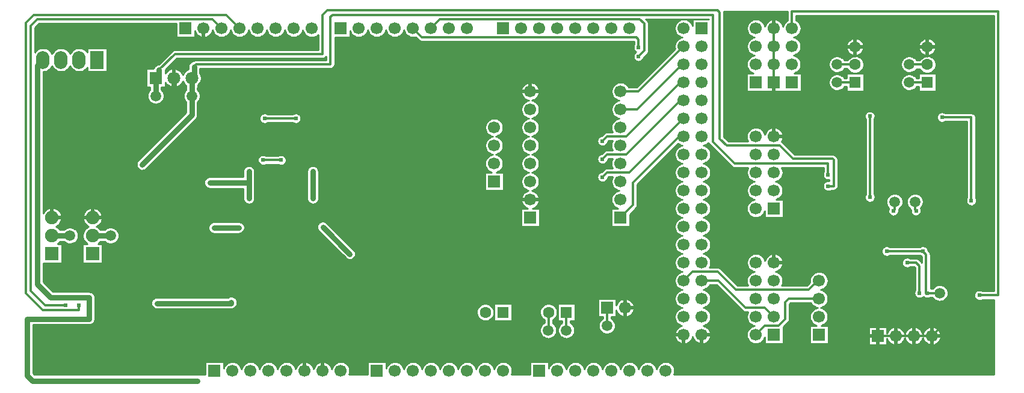
<source format=gbr>
G04 DipTrace 2.4.0.2*
%INBottom.gbr*%
%MOIN*%
%ADD14C,0.03*%
%ADD16C,0.013*%
%ADD19C,0.01*%
%ADD20C,0.02*%
%ADD35R,0.0669X0.0669*%
%ADD36C,0.0669*%
%ADD37R,0.0709X0.0709*%
%ADD38C,0.0709*%
%ADD39R,0.063X0.063*%
%ADD40C,0.063*%
%ADD41R,0.0748X0.0984*%
%ADD42O,0.0748X0.0984*%
%ADD46R,0.0748X0.0748*%
%ADD47C,0.0748*%
%ADD48C,0.0591*%
%ADD57C,0.024*%
%FSLAX44Y44*%
G04*
G70*
G90*
G75*
G01*
%LNBottom*%
%LPD*%
X1500Y18250D2*
D14*
X1187Y17937D1*
Y5812D1*
X1937Y5062D1*
X4062D1*
Y3875D1*
X625D1*
Y750D1*
X937Y437D1*
X10062D1*
X7750Y17250D2*
Y16250D1*
X45005Y11250D2*
D16*
X45312D1*
Y12688D1*
X45249Y12751D1*
X43067D1*
X42318Y13500D1*
X39381D1*
X39000Y13881D1*
Y20875D1*
X38875Y21000D1*
X17250D1*
X17000Y20750D1*
Y18563D1*
X8812D1*
X7937Y17688D1*
D14*
Y17437D1*
X7750Y17250D1*
X53375Y5187D2*
D16*
X54437D1*
Y20937D1*
X43000D1*
Y20000D1*
X9750Y17250D2*
D14*
Y16250D1*
X45005Y11876D2*
D16*
Y12500D1*
X39818D1*
X38625Y13693D1*
Y20750D1*
X17562D1*
X17437Y20625D1*
Y18000D1*
X10000D1*
X9875Y17875D1*
D14*
Y17375D1*
X9750Y17250D1*
X11937Y4812D2*
Y4750D1*
X7813D1*
X7000Y12438D2*
X9750Y15188D1*
Y16250D1*
X38000Y6000D2*
D16*
X38937D1*
X40437Y4500D1*
X41500D1*
X42000Y4000D1*
X44500Y6000D2*
Y6063D1*
X43937Y5500D1*
X39875D1*
X38875Y6500D1*
X37500D1*
X37000Y6000D1*
X48687Y10375D2*
Y9937D1*
X48625Y9875D1*
X49812Y10375D2*
Y9938D1*
X49875Y9875D1*
X47500Y7937D2*
X51000D1*
X51187Y4437D2*
Y3375D1*
X50750Y2937D1*
X47750D2*
X48750D1*
X49750D1*
X50750D1*
X48937Y9375D2*
X48875Y9437D1*
X42000Y20000D2*
Y19000D1*
Y18000D1*
Y17000D1*
X8750Y17250D2*
D14*
Y16250D1*
X11400Y20000D2*
D16*
X10900Y20500D1*
X1187D1*
X812Y20125D1*
Y5438D1*
X1625Y4625D1*
X2750D1*
X2000Y8500D2*
D14*
X3000D1*
X34504Y18439D2*
D16*
X34816Y18752D1*
Y20252D1*
X34568Y20500D1*
X23500D1*
X23000Y20000D1*
X34504Y18939D2*
Y19377D1*
X34379Y19502D1*
X22498D1*
X22000Y20000D1*
X50062Y5312D2*
Y6813D1*
X49875Y7000D1*
X49375D1*
X30500Y4250D2*
Y3250D1*
X13687Y12687D2*
X14688D1*
X29516Y4250D2*
Y3266D1*
X29500Y3250D1*
X12400Y20000D2*
X11650Y20750D1*
X1000D1*
X562Y20312D1*
Y5313D1*
X1500Y4375D1*
X3500D1*
Y4625D1*
X5250Y8500D2*
D14*
X4250D1*
X44500Y5000D2*
D16*
X42812D1*
X42625Y4813D1*
Y3875D1*
X42250Y3500D1*
X41500D1*
X41000Y3000D1*
X32750Y4500D2*
Y3500D1*
X48250Y7638D2*
X50250D1*
X50500Y5313D2*
X50437D1*
Y7450D1*
X50250Y7638D1*
X51187Y5312D2*
X50500Y5313D1*
X45500Y17000D2*
X46500D1*
X47317Y10626D2*
Y15125D1*
X46500Y17984D2*
X46484Y18000D1*
X45500D1*
X49500Y17000D2*
X50500D1*
X52937Y10437D2*
Y15063D1*
X51312D1*
X49500Y18000D2*
X49516Y17984D1*
X50500D1*
X33500Y16500D2*
X34500D1*
X37000Y19000D1*
X33500Y9500D2*
X34187Y10187D1*
Y11437D1*
X36750Y14000D1*
X37000D1*
X32500Y11750D2*
X32750Y12000D1*
X34000D1*
X37000Y15000D1*
X32500Y12750D2*
X32750Y13000D1*
X33812D1*
X36812Y16000D1*
X37000D1*
X32500Y13750D2*
X32750Y14000D1*
X33812D1*
X36812Y17000D1*
X37000D1*
X33500Y15500D2*
X34437D1*
X36937Y18000D1*
X37000D1*
X10984Y8937D2*
D14*
X12362D1*
X17008Y8976D2*
X18504Y7480D1*
X13780Y15000D2*
D16*
X15512D1*
X12913Y10564D2*
D14*
Y11437D1*
Y12060D1*
Y11437D2*
X10750D1*
X16457Y12060D2*
Y10564D1*
D57*
X10062Y437D3*
X45005Y11250D3*
X53375Y5187D3*
X45005Y11876D3*
X11937Y4812D3*
X7813Y4750D3*
X7000Y12438D3*
X48625Y9875D3*
X49875D3*
X47500Y7937D3*
X51000D3*
X48937Y9375D3*
X2750Y4625D3*
X34504Y18439D3*
Y18939D3*
X50062Y5312D3*
X49375Y7000D3*
X13687Y12687D3*
X14688D3*
X3500Y4625D3*
X48250Y7638D3*
X50250D3*
X50500Y5313D3*
D3*
X47317Y10626D3*
Y15125D3*
X52937Y10437D3*
X51312Y15063D3*
X32500Y11750D3*
Y12750D3*
Y13750D3*
X10984Y8937D3*
X12362D3*
X17008Y8976D3*
X18504Y7480D3*
X13780Y15000D3*
X15512D3*
X12913Y10564D3*
Y12060D3*
X10750Y11437D3*
X16457Y12060D3*
Y10564D3*
X23625Y17437D3*
Y16937D3*
Y16437D3*
X24125Y17437D3*
X23625Y15937D3*
Y15437D3*
Y14937D3*
Y14437D3*
Y13937D3*
Y13437D3*
Y12937D3*
Y12437D3*
Y11937D3*
Y11437D3*
Y10937D3*
Y10437D3*
Y9937D3*
Y9437D3*
Y8937D3*
Y8437D3*
Y7937D3*
Y7437D3*
Y6937D3*
Y6437D3*
Y5937D3*
Y5437D3*
Y4937D3*
Y4437D3*
Y3937D3*
Y3437D3*
X24125Y17937D3*
Y16937D3*
Y16437D3*
X13625Y11562D3*
X24125Y15937D3*
Y15437D3*
Y14937D3*
Y14437D3*
Y13937D3*
Y13437D3*
Y12937D3*
Y12437D3*
Y11937D3*
Y11437D3*
Y10937D3*
Y10437D3*
Y9937D3*
Y9437D3*
Y8937D3*
Y8437D3*
Y7937D3*
Y7437D3*
Y6937D3*
X6062Y19937D3*
Y19437D3*
Y18937D3*
Y18437D3*
Y17937D3*
Y17437D3*
Y16937D3*
Y16437D3*
Y15937D3*
Y15437D3*
Y14937D3*
Y14437D3*
Y13937D3*
Y13437D3*
Y12937D3*
Y12437D3*
Y11937D3*
Y11437D3*
Y10937D3*
Y10437D3*
Y9937D3*
Y9437D3*
Y8937D3*
Y8437D3*
Y7937D3*
Y7437D3*
Y6937D3*
Y6437D3*
Y5937D3*
Y5437D3*
Y4937D3*
Y4437D3*
X13625Y11063D3*
X14125Y11562D3*
Y11063D3*
X14625Y11562D3*
Y11063D3*
X15125Y11562D3*
Y11063D3*
X15625Y11562D3*
X24125Y6437D3*
Y5937D3*
Y5437D3*
Y4937D3*
Y4437D3*
Y3937D3*
Y3437D3*
X24625Y17937D3*
Y17437D3*
Y16937D3*
Y16437D3*
Y15937D3*
Y15437D3*
Y14937D3*
Y14437D3*
Y13937D3*
Y13437D3*
Y12937D3*
Y12437D3*
Y11937D3*
Y11437D3*
Y10937D3*
X43062Y11938D3*
Y11438D3*
Y10938D3*
Y10438D3*
Y9938D3*
Y9438D3*
Y8938D3*
Y8438D3*
Y7938D3*
Y7438D3*
X43562Y11938D3*
X24625Y10437D3*
X43562Y11438D3*
X25062Y2000D3*
X25562D3*
X26062D3*
X26562D3*
X27062D3*
X27562D3*
X28062D3*
X28562D3*
X29062D3*
X29562D3*
X30062D3*
X30562D3*
X31062D3*
X31562D3*
X32062D3*
X24625Y9937D3*
X33062Y2000D3*
X33562D3*
X34062D3*
X34562D3*
X35062D3*
X35562D3*
X36062D3*
X36562D3*
X37062D3*
X37562D3*
X15625Y11063D3*
X11000Y4125D3*
Y3625D3*
X11500Y4125D3*
Y3625D3*
X24625Y9437D3*
X43562Y10938D3*
Y10438D3*
Y9938D3*
X6625Y18938D3*
X12000Y4125D3*
X7125Y18938D3*
X12000Y3625D3*
X7625Y18938D3*
X12500Y4125D3*
X8125Y18938D3*
X12500Y3625D3*
X8625Y18938D3*
X13000Y4125D3*
X9125Y18938D3*
X13000Y3625D3*
X9625Y18938D3*
X13500Y4125D3*
X10125Y18938D3*
X13500Y3625D3*
X10625Y18938D3*
X14000Y4125D3*
X11125Y18938D3*
X14000Y3625D3*
X11625Y18938D3*
X14500Y4125D3*
X12125Y18938D3*
X49687Y4125D3*
X12625Y18938D3*
X14500Y3625D3*
X13125Y18938D3*
X7687Y9437D3*
X13625Y18938D3*
X7687Y8937D3*
X14125Y18938D3*
X7687Y8437D3*
X14625Y18938D3*
X7687Y7937D3*
X15125Y18938D3*
X7687Y7437D3*
X15625Y18938D3*
X7687Y6937D3*
X16125Y18938D3*
X7687Y6437D3*
X16625Y18938D3*
X7687Y5937D3*
X53375Y20187D3*
Y19687D3*
Y19187D3*
Y18687D3*
X18125Y18938D3*
X21625Y9937D3*
X18625Y18938D3*
X21625Y9438D3*
X19125Y18938D3*
Y18438D3*
X19625Y18938D3*
Y18438D3*
X20125Y18938D3*
Y18438D3*
X20625Y18938D3*
Y18438D3*
X21125Y18938D3*
Y18438D3*
X21625Y18938D3*
Y18438D3*
X22125Y18938D3*
Y18438D3*
X22625Y18938D3*
Y18438D3*
X23125Y18938D3*
Y18438D3*
X21625Y8937D3*
Y8437D3*
X24125Y18938D3*
Y18438D3*
X24625Y18938D3*
Y18438D3*
X25125Y18938D3*
Y18438D3*
X25625Y18938D3*
Y18438D3*
X26125Y18938D3*
Y18438D3*
X26625Y18938D3*
Y18438D3*
X27125Y18938D3*
Y18438D3*
X27625Y18938D3*
Y18438D3*
X28125Y18938D3*
Y18438D3*
X28625Y18938D3*
Y18438D3*
X29125Y18938D3*
Y18438D3*
X29625Y18938D3*
Y18438D3*
X30125Y18938D3*
Y18438D3*
X53375Y18187D3*
Y17687D3*
Y17187D3*
Y16687D3*
Y16187D3*
Y15687D3*
Y15187D3*
Y14687D3*
Y14187D3*
Y13687D3*
Y13187D3*
Y12687D3*
Y12187D3*
Y11687D3*
Y11187D3*
Y10687D3*
Y10187D3*
Y9687D3*
Y9187D3*
Y8687D3*
Y8187D3*
Y7687D3*
Y7187D3*
Y6687D3*
Y6187D3*
Y5687D3*
Y4687D3*
Y4187D3*
X52255Y11189D3*
X53375Y3687D3*
Y3187D3*
Y2687D3*
Y2187D3*
Y1687D3*
Y1187D3*
X53875Y20187D3*
Y19687D3*
Y19187D3*
Y18687D3*
Y18187D3*
Y17687D3*
Y17187D3*
Y16687D3*
Y16187D3*
Y15687D3*
Y15187D3*
Y14687D3*
Y14187D3*
Y13687D3*
Y13187D3*
Y12687D3*
Y12187D3*
Y11687D3*
Y11187D3*
Y10687D3*
Y10187D3*
Y9687D3*
Y9187D3*
Y8687D3*
Y8187D3*
Y7687D3*
Y7187D3*
Y6687D3*
Y6187D3*
Y5687D3*
Y4687D3*
Y4187D3*
X52255Y10689D3*
X53875Y3687D3*
Y3187D3*
Y2687D3*
Y2187D3*
Y1687D3*
Y1187D3*
X36062Y10500D3*
Y10000D3*
Y9500D3*
Y9000D3*
Y8500D3*
Y8000D3*
Y7500D3*
Y7000D3*
Y6500D3*
Y6000D3*
Y5500D3*
Y5000D3*
Y4500D3*
Y4000D3*
Y3500D3*
Y3000D3*
Y2500D3*
X43562Y9438D3*
Y8938D3*
Y8438D3*
Y7938D3*
Y7438D3*
X44062Y11938D3*
Y11438D3*
Y10938D3*
Y10438D3*
Y9938D3*
Y9438D3*
Y8938D3*
Y8438D3*
Y7938D3*
Y7438D3*
X44562Y11938D3*
Y11437D3*
Y10938D3*
Y10438D3*
Y9938D3*
Y9438D3*
Y8938D3*
Y8438D3*
Y7938D3*
Y7437D3*
X24625Y8937D3*
Y8437D3*
Y7937D3*
Y7437D3*
Y6937D3*
Y6437D3*
Y5937D3*
Y5437D3*
X37062Y1000D3*
X37562D3*
X38062D3*
X38562D3*
X39062D3*
X39562D3*
X40062D3*
X40562D3*
X41062D3*
X41562D3*
X42062D3*
X42562D3*
X43062D3*
X43562D3*
X44062D3*
X44562D3*
X45062D3*
X45562D3*
X46062D3*
X46562D3*
X47062D3*
X47562D3*
X48062D3*
X48562D3*
X49062D3*
X43875Y19687D3*
X50062Y1000D3*
X50562D3*
X51062D3*
X51562D3*
X52062D3*
X52562D3*
X53062D3*
X44875Y20187D3*
X45375D3*
X45875D3*
X46375D3*
X46875D3*
X47375D3*
X47875D3*
X48375D3*
X48875D3*
X49375D3*
X49875D3*
X50375D3*
X50875D3*
X51375D3*
X51875D3*
X52375D3*
X52875D3*
X24625Y4937D3*
Y4437D3*
Y3937D3*
Y3437D3*
X21625Y7937D3*
Y7437D3*
Y6937D3*
Y6437D3*
Y5937D3*
X27750Y8500D3*
X28250D3*
X28750D3*
X29250D3*
X49687Y4625D3*
X29750Y8500D3*
X30250D3*
X49562Y1000D3*
X30750Y8500D3*
X31250D3*
X46250Y8062D3*
X31750Y8500D3*
X46250Y7562D3*
X32250Y8500D3*
X46250Y7062D3*
X32750Y8500D3*
X46250Y6562D3*
X33250Y8500D3*
X47687Y4125D3*
X33750Y8500D3*
X48187Y4125D3*
X31000Y18938D3*
Y18438D3*
X31500Y18938D3*
Y18438D3*
X32000Y18938D3*
Y18438D3*
X32500Y18938D3*
Y18438D3*
X33000Y18938D3*
Y18438D3*
X33500Y18938D3*
Y18438D3*
X34000Y18938D3*
Y18438D3*
X8438Y2437D3*
X8938D3*
X9438D3*
X9938D3*
X10438D3*
X10938D3*
X11438D3*
X11938D3*
X12437D3*
X12938D3*
X13437D3*
X13938D3*
X14437D3*
X14937D3*
X15437D3*
X15937D3*
X16437D3*
X16937D3*
X17437D3*
X17938D3*
X18438D3*
X48687Y4125D3*
X49187D3*
X46750Y8062D3*
Y7562D3*
Y7062D3*
Y6562D3*
X47687Y4625D3*
X48187D3*
X48687D3*
X49187D3*
X51500Y8062D3*
Y7562D3*
X46250Y6062D3*
X45687Y4125D3*
X46187D3*
X46687D3*
X47187D3*
X52000Y8062D3*
Y7562D3*
X46750Y6062D3*
X45687Y4625D3*
X46187D3*
X46687D3*
X47187D3*
X43875Y20187D3*
Y19187D3*
Y18687D3*
Y18187D3*
Y17687D3*
Y17187D3*
Y16687D3*
Y16187D3*
Y15687D3*
Y15187D3*
Y14687D3*
Y14187D3*
X44375Y20187D3*
Y19687D3*
Y19187D3*
Y18687D3*
Y18187D3*
Y17687D3*
Y17187D3*
Y16687D3*
Y16187D3*
Y15687D3*
Y15187D3*
Y14687D3*
Y14187D3*
X49000Y16063D3*
Y15563D3*
Y15063D3*
Y14562D3*
Y14063D3*
Y13563D3*
X49500Y16063D3*
Y15563D3*
Y15063D3*
Y14562D3*
Y14063D3*
Y13563D3*
X52250Y12688D3*
Y12188D3*
Y11688D3*
X11125Y6562D3*
Y6062D3*
Y5562D3*
X17562Y13625D3*
X18062D3*
X18562D3*
X19062D3*
X11625Y16625D3*
Y16125D3*
X12125Y16625D3*
Y16125D3*
X12625Y16625D3*
Y16125D3*
X13125Y16625D3*
Y16125D3*
X13625Y16625D3*
Y16125D3*
X14125Y16625D3*
Y16125D3*
X14625Y16625D3*
Y16125D3*
X15125Y16625D3*
Y16125D3*
X15625Y16625D3*
Y16125D3*
X16125Y16625D3*
Y16125D3*
X16625Y16625D3*
Y16125D3*
X17125Y16625D3*
Y16125D3*
X17625Y16625D3*
Y16125D3*
X39248Y20851D2*
D19*
X42752D1*
X39248Y20753D2*
X42752D1*
X39248Y20654D2*
X42752D1*
X43248D2*
X54189D1*
X39248Y20555D2*
X42752D1*
X43248D2*
X54189D1*
X34959Y20457D2*
X36766D1*
X37234D2*
X37481D1*
X39248D2*
X40766D1*
X41234D2*
X41766D1*
X42234D2*
X42752D1*
X43248D2*
X54189D1*
X35040Y20358D2*
X36628D1*
X37372D2*
X37481D1*
X39248D2*
X40628D1*
X41372D2*
X41628D1*
X42372D2*
X42628D1*
X43372D2*
X54189D1*
X1295Y20259D2*
X8881D1*
X35065D2*
X36552D1*
X39248D2*
X40552D1*
X41448D2*
X41552D1*
X42448D2*
X42552D1*
X43448D2*
X54189D1*
X1195Y20160D2*
X8881D1*
X35065D2*
X36508D1*
X39248D2*
X40508D1*
X43492D2*
X54189D1*
X1097Y20062D2*
X8881D1*
X35065D2*
X36485D1*
X39248D2*
X40485D1*
X43515D2*
X54189D1*
X1061Y19963D2*
X8881D1*
X35065D2*
X36483D1*
X39248D2*
X40483D1*
X43517D2*
X54189D1*
X1061Y19864D2*
X8881D1*
X35065D2*
X36500D1*
X39248D2*
X40500D1*
X43500D2*
X54189D1*
X1061Y19766D2*
X8881D1*
X10861D2*
X10938D1*
X11861D2*
X11938D1*
X12861D2*
X12938D1*
X13861D2*
X13938D1*
X14861D2*
X14938D1*
X15861D2*
X15938D1*
X19461D2*
X19538D1*
X20461D2*
X20538D1*
X21461D2*
X21538D1*
X35065D2*
X36539D1*
X39248D2*
X40539D1*
X43461D2*
X54189D1*
X1061Y19667D2*
X8881D1*
X9919D2*
X10006D1*
X10794D2*
X11006D1*
X11794D2*
X12006D1*
X12794D2*
X13006D1*
X13794D2*
X14006D1*
X14794D2*
X15006D1*
X15794D2*
X16006D1*
X18519D2*
X18606D1*
X19394D2*
X19606D1*
X20394D2*
X20606D1*
X21394D2*
X21606D1*
X35065D2*
X36606D1*
X39248D2*
X40606D1*
X43394D2*
X54189D1*
X1061Y19568D2*
X8881D1*
X9919D2*
X10120D1*
X10680D2*
X11120D1*
X11680D2*
X12120D1*
X12680D2*
X13120D1*
X13680D2*
X14120D1*
X14680D2*
X15120D1*
X15680D2*
X16120D1*
X16680D2*
X16752D1*
X18519D2*
X18720D1*
X19280D2*
X19720D1*
X20280D2*
X20720D1*
X21280D2*
X21720D1*
X35065D2*
X36720D1*
X39248D2*
X40720D1*
X43280D2*
X54189D1*
X1061Y19470D2*
X16752D1*
X17686D2*
X22183D1*
X35065D2*
X36795D1*
X39248D2*
X40795D1*
X43205D2*
X54189D1*
X1061Y19371D2*
X16752D1*
X17686D2*
X22281D1*
X35065D2*
X36642D1*
X39248D2*
X40642D1*
X43358D2*
X46213D1*
X46787D2*
X50213D1*
X50787D2*
X54189D1*
X1061Y19272D2*
X16752D1*
X17686D2*
X22422D1*
X35065D2*
X36561D1*
X39248D2*
X40561D1*
X43439D2*
X46106D1*
X46894D2*
X50106D1*
X50894D2*
X54189D1*
X1061Y19174D2*
X16752D1*
X17686D2*
X34255D1*
X35065D2*
X36513D1*
X39248D2*
X40513D1*
X43487D2*
X46047D1*
X46955D2*
X50047D1*
X50953D2*
X54189D1*
X1061Y19075D2*
X16752D1*
X17686D2*
X34233D1*
X35065D2*
X36488D1*
X39248D2*
X40488D1*
X43512D2*
X46013D1*
X46987D2*
X50013D1*
X50987D2*
X54189D1*
X1061Y18976D2*
X16752D1*
X17686D2*
X34202D1*
X35065D2*
X36481D1*
X39248D2*
X40481D1*
X43519D2*
X46002D1*
X46998D2*
X50002D1*
X50998D2*
X54189D1*
X1061Y18878D2*
X1288D1*
X1712D2*
X2288D1*
X2712D2*
X3288D1*
X3712D2*
X3942D1*
X5058D2*
X16752D1*
X17686D2*
X34206D1*
X35065D2*
X36497D1*
X39248D2*
X40497D1*
X43503D2*
X46010D1*
X46990D2*
X50010D1*
X50990D2*
X54189D1*
X1061Y18779D2*
X1126D1*
X1873D2*
X2127D1*
X2873D2*
X3127D1*
X3873D2*
X3942D1*
X5058D2*
X8702D1*
X17686D2*
X34247D1*
X35065D2*
X36431D1*
X39248D2*
X40531D1*
X43469D2*
X46039D1*
X46961D2*
X50039D1*
X50961D2*
X54189D1*
X1961Y18680D2*
X2038D1*
X2961D2*
X3038D1*
X5058D2*
X8583D1*
X17686D2*
X34325D1*
X35055D2*
X36333D1*
X39248D2*
X40594D1*
X43406D2*
X46095D1*
X46905D2*
X50095D1*
X50905D2*
X54189D1*
X5058Y18581D2*
X8483D1*
X17686D2*
X34236D1*
X34994D2*
X36233D1*
X39248D2*
X40702D1*
X43298D2*
X46191D1*
X46809D2*
X50191D1*
X50809D2*
X54189D1*
X5058Y18483D2*
X8385D1*
X17686D2*
X34203D1*
X34895D2*
X36135D1*
X39248D2*
X40830D1*
X43170D2*
X46435D1*
X46565D2*
X50435D1*
X50565D2*
X54189D1*
X5058Y18384D2*
X8286D1*
X17686D2*
X34205D1*
X34803D2*
X36036D1*
X39248D2*
X40656D1*
X43344D2*
X45220D1*
X45780D2*
X46210D1*
X46790D2*
X49220D1*
X49780D2*
X50210D1*
X50790D2*
X54189D1*
X5058Y18285D2*
X8188D1*
X8883D2*
X17189D1*
X17686D2*
X34244D1*
X34764D2*
X35938D1*
X39248D2*
X40569D1*
X43431D2*
X45117D1*
X45883D2*
X46105D1*
X46895D2*
X49117D1*
X49883D2*
X50105D1*
X50895D2*
X54189D1*
X5058Y18187D2*
X8089D1*
X8784D2*
X9777D1*
X17686D2*
X34344D1*
X34664D2*
X35839D1*
X39248D2*
X40517D1*
X43483D2*
X45060D1*
X46955D2*
X49060D1*
X50955D2*
X54189D1*
X5058Y18088D2*
X7991D1*
X8686D2*
X9620D1*
X17686D2*
X35741D1*
X39248D2*
X40489D1*
X43511D2*
X45030D1*
X46987D2*
X49030D1*
X50987D2*
X54189D1*
X5058Y17989D2*
X7810D1*
X8587D2*
X9563D1*
X17686D2*
X35642D1*
X39248D2*
X40481D1*
X43519D2*
X45020D1*
X46998D2*
X49020D1*
X50998D2*
X54189D1*
X5058Y17891D2*
X7675D1*
X8489D2*
X9541D1*
X17659D2*
X35542D1*
X39248D2*
X40494D1*
X43506D2*
X45035D1*
X46990D2*
X49035D1*
X50990D2*
X54189D1*
X1940Y17792D2*
X2060D1*
X2940D2*
X3060D1*
X5058D2*
X7620D1*
X8390D2*
X9541D1*
X17565D2*
X35444D1*
X39248D2*
X40527D1*
X43473D2*
X45069D1*
X46959D2*
X49069D1*
X50959D2*
X54189D1*
X1839Y17693D2*
X2161D1*
X2839D2*
X3161D1*
X3839D2*
X3942D1*
X5058D2*
X7211D1*
X8290D2*
X8453D1*
X9047D2*
X9453D1*
X10209D2*
X35345D1*
X39248D2*
X40585D1*
X43415D2*
X45135D1*
X45865D2*
X46097D1*
X46903D2*
X49135D1*
X49865D2*
X50097D1*
X50903D2*
X54189D1*
X1617Y17595D2*
X2383D1*
X2617D2*
X3383D1*
X3617D2*
X3942D1*
X5058D2*
X7211D1*
X9161D2*
X9339D1*
X10209D2*
X35247D1*
X39248D2*
X40683D1*
X43317D2*
X45253D1*
X45747D2*
X46195D1*
X46805D2*
X49253D1*
X49747D2*
X50195D1*
X50805D2*
X54189D1*
X1522Y17496D2*
X7211D1*
X10228D2*
X35149D1*
X39248D2*
X40481D1*
X43519D2*
X46467D1*
X46532D2*
X50467D1*
X50532D2*
X54189D1*
X1522Y17397D2*
X7211D1*
X10267D2*
X35050D1*
X39248D2*
X40481D1*
X43519D2*
X45241D1*
X45759D2*
X46002D1*
X46998D2*
X49241D1*
X49759D2*
X50002D1*
X50998D2*
X54189D1*
X1522Y17299D2*
X7211D1*
X10286D2*
X34950D1*
X39248D2*
X40481D1*
X43519D2*
X45128D1*
X45872D2*
X46002D1*
X46998D2*
X49128D1*
X49872D2*
X50002D1*
X50998D2*
X54189D1*
X1522Y17200D2*
X7211D1*
X10286D2*
X34852D1*
X39248D2*
X40481D1*
X43519D2*
X45066D1*
X46998D2*
X49066D1*
X50998D2*
X54189D1*
X1522Y17101D2*
X7211D1*
X10267D2*
X34753D1*
X39248D2*
X40481D1*
X43519D2*
X45031D1*
X46998D2*
X49031D1*
X50998D2*
X54189D1*
X1522Y17002D2*
X7211D1*
X10226D2*
X28413D1*
X28587D2*
X33413D1*
X33587D2*
X34655D1*
X39248D2*
X40481D1*
X43519D2*
X45020D1*
X46998D2*
X49020D1*
X50998D2*
X54189D1*
X1522Y16904D2*
X7211D1*
X8289D2*
X8341D1*
X9159D2*
X9341D1*
X10159D2*
X28181D1*
X28819D2*
X33181D1*
X33819D2*
X34556D1*
X39248D2*
X40481D1*
X43519D2*
X45031D1*
X46998D2*
X49031D1*
X50998D2*
X54189D1*
X1522Y16805D2*
X7211D1*
X8289D2*
X8455D1*
X9045D2*
X9416D1*
X10084D2*
X28083D1*
X28917D2*
X33083D1*
X33917D2*
X34458D1*
X39248D2*
X40481D1*
X43519D2*
X45063D1*
X46998D2*
X49063D1*
X50998D2*
X54189D1*
X1522Y16706D2*
X7416D1*
X8084D2*
X9416D1*
X10084D2*
X28025D1*
X28975D2*
X33025D1*
X39248D2*
X40481D1*
X43519D2*
X45124D1*
X45876D2*
X46002D1*
X46998D2*
X49124D1*
X49876D2*
X50002D1*
X50998D2*
X54189D1*
X1522Y16608D2*
X7416D1*
X8084D2*
X9416D1*
X10084D2*
X27992D1*
X29008D2*
X32992D1*
X39248D2*
X40481D1*
X43519D2*
X45233D1*
X45767D2*
X46002D1*
X46998D2*
X49233D1*
X49767D2*
X50002D1*
X50998D2*
X54189D1*
X1522Y16509D2*
X7349D1*
X8151D2*
X9349D1*
X10151D2*
X27981D1*
X29019D2*
X32981D1*
X39248D2*
X40481D1*
X43519D2*
X54189D1*
X1522Y16410D2*
X7299D1*
X8201D2*
X9299D1*
X10201D2*
X27989D1*
X29011D2*
X32989D1*
X39248D2*
X54189D1*
X1522Y16312D2*
X7275D1*
X8225D2*
X9275D1*
X10225D2*
X28017D1*
X28983D2*
X33017D1*
X39248D2*
X54189D1*
X1522Y16213D2*
X7272D1*
X8228D2*
X9272D1*
X10228D2*
X28070D1*
X28930D2*
X33070D1*
X39248D2*
X54189D1*
X1522Y16114D2*
X7291D1*
X8209D2*
X9291D1*
X10209D2*
X28158D1*
X28842D2*
X33158D1*
X39248D2*
X54189D1*
X1522Y16016D2*
X7333D1*
X8167D2*
X9333D1*
X10167D2*
X28335D1*
X28665D2*
X33335D1*
X39248D2*
X54189D1*
X1522Y15917D2*
X7410D1*
X8090D2*
X9410D1*
X10090D2*
X28199D1*
X28801D2*
X33199D1*
X39248D2*
X54189D1*
X1522Y15818D2*
X7556D1*
X7944D2*
X9416D1*
X10084D2*
X28094D1*
X28906D2*
X33094D1*
X39248D2*
X54189D1*
X1522Y15720D2*
X9416D1*
X10084D2*
X28031D1*
X28969D2*
X33031D1*
X39248D2*
X54189D1*
X1522Y15621D2*
X9416D1*
X10084D2*
X27995D1*
X29005D2*
X32995D1*
X39248D2*
X54189D1*
X1522Y15522D2*
X9416D1*
X10084D2*
X27981D1*
X29019D2*
X32981D1*
X39248D2*
X54189D1*
X1522Y15423D2*
X9416D1*
X10084D2*
X27988D1*
X29012D2*
X32988D1*
X39248D2*
X54189D1*
X1522Y15325D2*
X9416D1*
X10084D2*
X28013D1*
X28987D2*
X33013D1*
X39248D2*
X47092D1*
X47544D2*
X51170D1*
X51455D2*
X54189D1*
X1522Y15226D2*
X9320D1*
X10084D2*
X13581D1*
X15709D2*
X28061D1*
X28939D2*
X33061D1*
X39248D2*
X47031D1*
X47603D2*
X51058D1*
X53122D2*
X54189D1*
X1522Y15127D2*
X9222D1*
X10078D2*
X13505D1*
X15787D2*
X28144D1*
X28856D2*
X33144D1*
X39248D2*
X47014D1*
X47622D2*
X51016D1*
X53178D2*
X54189D1*
X1522Y15029D2*
X9124D1*
X10042D2*
X13477D1*
X15814D2*
X28299D1*
X28701D2*
X33299D1*
X39248D2*
X47030D1*
X47605D2*
X51011D1*
X53186D2*
X54189D1*
X1522Y14930D2*
X9025D1*
X9961D2*
X13485D1*
X15808D2*
X26219D1*
X26781D2*
X28219D1*
X28781D2*
X33219D1*
X39248D2*
X47069D1*
X47567D2*
X51041D1*
X53186D2*
X54189D1*
X1522Y14831D2*
X8925D1*
X9862D2*
X13528D1*
X15762D2*
X26105D1*
X26895D2*
X28105D1*
X28895D2*
X33105D1*
X39248D2*
X47069D1*
X47567D2*
X51120D1*
X53186D2*
X54189D1*
X1522Y14733D2*
X8827D1*
X9764D2*
X13647D1*
X13912D2*
X15380D1*
X15644D2*
X26038D1*
X26962D2*
X28038D1*
X28962D2*
X33038D1*
X39248D2*
X47069D1*
X47567D2*
X52689D1*
X53186D2*
X54189D1*
X1522Y14634D2*
X8728D1*
X9664D2*
X26000D1*
X27000D2*
X28000D1*
X29000D2*
X33000D1*
X39248D2*
X47069D1*
X47567D2*
X52689D1*
X53186D2*
X54189D1*
X1522Y14535D2*
X8630D1*
X9565D2*
X25983D1*
X27017D2*
X27983D1*
X29017D2*
X32983D1*
X39248D2*
X47069D1*
X47567D2*
X52689D1*
X53186D2*
X54189D1*
X1522Y14437D2*
X8531D1*
X9467D2*
X25986D1*
X27014D2*
X27986D1*
X29014D2*
X32986D1*
X39248D2*
X40730D1*
X41270D2*
X41730D1*
X42270D2*
X47069D1*
X47567D2*
X52689D1*
X53186D2*
X54189D1*
X1522Y14338D2*
X8433D1*
X9369D2*
X26008D1*
X26992D2*
X28008D1*
X28992D2*
X33008D1*
X39248D2*
X40610D1*
X41390D2*
X41610D1*
X42390D2*
X47069D1*
X47567D2*
X52689D1*
X53186D2*
X54189D1*
X1522Y14239D2*
X8333D1*
X9270D2*
X26053D1*
X26947D2*
X28053D1*
X28947D2*
X33053D1*
X39248D2*
X40541D1*
X41459D2*
X41541D1*
X42459D2*
X47069D1*
X47567D2*
X52689D1*
X53186D2*
X54189D1*
X1522Y14141D2*
X8235D1*
X9172D2*
X26130D1*
X26870D2*
X28130D1*
X28870D2*
X32542D1*
X39248D2*
X40502D1*
X42498D2*
X47069D1*
X47567D2*
X52689D1*
X53186D2*
X54189D1*
X1522Y14042D2*
X8136D1*
X9072D2*
X26269D1*
X26731D2*
X28269D1*
X28731D2*
X32444D1*
X39248D2*
X40483D1*
X42517D2*
X47069D1*
X47567D2*
X52689D1*
X53186D2*
X54189D1*
X1522Y13943D2*
X8038D1*
X8973D2*
X26241D1*
X26759D2*
X28241D1*
X28759D2*
X32269D1*
X39286D2*
X40485D1*
X42515D2*
X47069D1*
X47567D2*
X52689D1*
X53186D2*
X54189D1*
X1522Y13844D2*
X7939D1*
X8875D2*
X26116D1*
X26884D2*
X28116D1*
X28884D2*
X32211D1*
X39384D2*
X40506D1*
X42494D2*
X47069D1*
X47567D2*
X52689D1*
X53186D2*
X54189D1*
X1522Y13746D2*
X7841D1*
X8776D2*
X26045D1*
X26955D2*
X28045D1*
X28955D2*
X32195D1*
X32844D2*
X33045D1*
X39483D2*
X40550D1*
X42450D2*
X47069D1*
X47567D2*
X52689D1*
X53186D2*
X54189D1*
X1522Y13647D2*
X7742D1*
X8678D2*
X26003D1*
X26997D2*
X28003D1*
X28997D2*
X32214D1*
X32786D2*
X33003D1*
X42519D2*
X47069D1*
X47567D2*
X52689D1*
X53186D2*
X54189D1*
X1522Y13548D2*
X7642D1*
X8580D2*
X25985D1*
X27015D2*
X27985D1*
X29015D2*
X32277D1*
X32723D2*
X32985D1*
X36647D2*
X36756D1*
X38244D2*
X38425D1*
X42617D2*
X47069D1*
X47567D2*
X52689D1*
X53186D2*
X54189D1*
X1522Y13450D2*
X7544D1*
X8480D2*
X25985D1*
X27015D2*
X27985D1*
X29015D2*
X32985D1*
X36547D2*
X36753D1*
X38247D2*
X38520D1*
X42717D2*
X47069D1*
X47567D2*
X52689D1*
X53186D2*
X54189D1*
X1522Y13351D2*
X7445D1*
X8381D2*
X26003D1*
X26997D2*
X28003D1*
X28997D2*
X33003D1*
X36448D2*
X36622D1*
X38378D2*
X38619D1*
X42815D2*
X47069D1*
X47567D2*
X52689D1*
X53186D2*
X54189D1*
X1522Y13252D2*
X7347D1*
X8283D2*
X26045D1*
X26955D2*
X28045D1*
X28955D2*
X33045D1*
X36350D2*
X36549D1*
X38451D2*
X38717D1*
X42914D2*
X47069D1*
X47567D2*
X52689D1*
X53186D2*
X54189D1*
X1522Y13154D2*
X7249D1*
X8184D2*
X26117D1*
X26883D2*
X28117D1*
X28883D2*
X32556D1*
X36251D2*
X36505D1*
X38495D2*
X38816D1*
X43012D2*
X47069D1*
X47567D2*
X52689D1*
X53186D2*
X54189D1*
X1522Y13055D2*
X7150D1*
X8086D2*
X26244D1*
X26756D2*
X28244D1*
X28756D2*
X32458D1*
X36153D2*
X36485D1*
X38515D2*
X38916D1*
X43111D2*
X47069D1*
X47567D2*
X52689D1*
X53186D2*
X54189D1*
X1522Y12956D2*
X7050D1*
X7987D2*
X13558D1*
X13817D2*
X14558D1*
X14817D2*
X26266D1*
X26734D2*
X28266D1*
X28734D2*
X32280D1*
X36055D2*
X36483D1*
X38517D2*
X39014D1*
X45381D2*
X47069D1*
X47567D2*
X52689D1*
X53186D2*
X54189D1*
X1522Y12858D2*
X6952D1*
X7887D2*
X13438D1*
X14937D2*
X26128D1*
X26872D2*
X28128D1*
X28872D2*
X32216D1*
X35956D2*
X36502D1*
X38498D2*
X39113D1*
X45490D2*
X47069D1*
X47567D2*
X52689D1*
X53186D2*
X54189D1*
X1522Y12759D2*
X6853D1*
X7789D2*
X13392D1*
X14983D2*
X26052D1*
X26948D2*
X28052D1*
X28948D2*
X32195D1*
X32856D2*
X33052D1*
X35856D2*
X36542D1*
X38458D2*
X39211D1*
X45550D2*
X47069D1*
X47567D2*
X52689D1*
X53186D2*
X54189D1*
X1522Y12660D2*
X6755D1*
X7690D2*
X13385D1*
X14990D2*
X26008D1*
X26992D2*
X28008D1*
X28992D2*
X32210D1*
X32790D2*
X33008D1*
X35758D2*
X36611D1*
X38389D2*
X39310D1*
X45561D2*
X47069D1*
X47567D2*
X52689D1*
X53186D2*
X54189D1*
X1522Y12562D2*
X6691D1*
X7592D2*
X13413D1*
X14962D2*
X25985D1*
X27015D2*
X27985D1*
X29015D2*
X32264D1*
X32736D2*
X32985D1*
X35659D2*
X36733D1*
X38267D2*
X39408D1*
X45561D2*
X47069D1*
X47567D2*
X52689D1*
X53186D2*
X54189D1*
X1522Y12463D2*
X6667D1*
X7494D2*
X13488D1*
X14887D2*
X25983D1*
X27017D2*
X27983D1*
X29017D2*
X32427D1*
X32573D2*
X32983D1*
X35561D2*
X36780D1*
X38220D2*
X39508D1*
X45561D2*
X47069D1*
X47567D2*
X52689D1*
X53186D2*
X54189D1*
X1522Y12364D2*
X6675D1*
X7395D2*
X12792D1*
X13034D2*
X16336D1*
X16576D2*
X26000D1*
X27000D2*
X28000D1*
X29000D2*
X33000D1*
X35462D2*
X36635D1*
X38365D2*
X39606D1*
X45561D2*
X47069D1*
X47567D2*
X52689D1*
X53186D2*
X54189D1*
X1522Y12265D2*
X6716D1*
X7297D2*
X12653D1*
X13173D2*
X16197D1*
X16717D2*
X26039D1*
X26961D2*
X28039D1*
X28961D2*
X33039D1*
X35364D2*
X36556D1*
X38444D2*
X39763D1*
X45561D2*
X47069D1*
X47567D2*
X52689D1*
X53186D2*
X54189D1*
X1522Y12167D2*
X6813D1*
X7187D2*
X12597D1*
X13230D2*
X16141D1*
X16772D2*
X26106D1*
X26894D2*
X28106D1*
X28894D2*
X32569D1*
X35264D2*
X36510D1*
X38490D2*
X40510D1*
X42490D2*
X44756D1*
X45561D2*
X47069D1*
X47567D2*
X52689D1*
X53186D2*
X54189D1*
X1522Y12068D2*
X12580D1*
X13247D2*
X16124D1*
X16790D2*
X26222D1*
X26778D2*
X28222D1*
X28778D2*
X32470D1*
X35165D2*
X36486D1*
X38514D2*
X40486D1*
X42514D2*
X44756D1*
X45561D2*
X47069D1*
X47567D2*
X52689D1*
X53186D2*
X54189D1*
X1522Y11969D2*
X12580D1*
X13247D2*
X16124D1*
X16790D2*
X25981D1*
X27019D2*
X28294D1*
X28706D2*
X32294D1*
X35067D2*
X36483D1*
X38517D2*
X40483D1*
X42517D2*
X44716D1*
X45561D2*
X47069D1*
X47567D2*
X52689D1*
X53186D2*
X54189D1*
X1522Y11871D2*
X12580D1*
X13247D2*
X16124D1*
X16790D2*
X25981D1*
X27019D2*
X28142D1*
X28858D2*
X32222D1*
X34969D2*
X36499D1*
X38501D2*
X40499D1*
X42501D2*
X44700D1*
X45561D2*
X47069D1*
X47567D2*
X52689D1*
X53186D2*
X54189D1*
X1522Y11772D2*
X12580D1*
X13247D2*
X16124D1*
X16790D2*
X25981D1*
X27019D2*
X28061D1*
X28939D2*
X32197D1*
X34870D2*
X36536D1*
X38464D2*
X40536D1*
X42464D2*
X44720D1*
X45561D2*
X47069D1*
X47567D2*
X52689D1*
X53186D2*
X54189D1*
X1522Y11673D2*
X10517D1*
X13247D2*
X16124D1*
X16790D2*
X25981D1*
X27019D2*
X28013D1*
X28987D2*
X32206D1*
X32794D2*
X33013D1*
X34772D2*
X36600D1*
X38400D2*
X40600D1*
X42400D2*
X44781D1*
X45561D2*
X47069D1*
X47567D2*
X52689D1*
X53186D2*
X54189D1*
X1522Y11575D2*
X10447D1*
X13247D2*
X16124D1*
X16790D2*
X25981D1*
X27019D2*
X27988D1*
X29012D2*
X32255D1*
X32745D2*
X32988D1*
X34672D2*
X36711D1*
X38289D2*
X40711D1*
X42289D2*
X45064D1*
X45561D2*
X47069D1*
X47567D2*
X52689D1*
X53186D2*
X54189D1*
X1522Y11476D2*
X10419D1*
X13247D2*
X16124D1*
X16790D2*
X25981D1*
X27019D2*
X27981D1*
X29019D2*
X32383D1*
X32617D2*
X32981D1*
X34573D2*
X36811D1*
X38189D2*
X40811D1*
X42189D2*
X44806D1*
X45561D2*
X47069D1*
X47567D2*
X52689D1*
X53186D2*
X54189D1*
X1522Y11377D2*
X10422D1*
X13247D2*
X16124D1*
X16790D2*
X25981D1*
X27019D2*
X27997D1*
X29003D2*
X32997D1*
X34475D2*
X36649D1*
X38351D2*
X40649D1*
X42351D2*
X44730D1*
X45561D2*
X47069D1*
X47567D2*
X52689D1*
X53186D2*
X54189D1*
X1522Y11279D2*
X10458D1*
X13247D2*
X16124D1*
X16790D2*
X25981D1*
X27019D2*
X28033D1*
X28967D2*
X33033D1*
X34436D2*
X36564D1*
X38436D2*
X40564D1*
X42436D2*
X44702D1*
X45561D2*
X47069D1*
X47567D2*
X52689D1*
X53186D2*
X54189D1*
X1522Y11180D2*
X10544D1*
X13247D2*
X16124D1*
X16790D2*
X25981D1*
X27019D2*
X28095D1*
X28905D2*
X33095D1*
X34436D2*
X36514D1*
X38486D2*
X40514D1*
X42486D2*
X44710D1*
X45551D2*
X47069D1*
X47567D2*
X52689D1*
X53186D2*
X54189D1*
X1522Y11081D2*
X12580D1*
X13247D2*
X16124D1*
X16790D2*
X25981D1*
X27019D2*
X28202D1*
X28798D2*
X33202D1*
X34436D2*
X36488D1*
X38512D2*
X40488D1*
X42512D2*
X44753D1*
X45492D2*
X47069D1*
X47567D2*
X52689D1*
X53186D2*
X54189D1*
X1522Y10983D2*
X12580D1*
X13247D2*
X16124D1*
X16790D2*
X28330D1*
X28670D2*
X33330D1*
X34436D2*
X36481D1*
X38519D2*
X40481D1*
X42519D2*
X44872D1*
X45137D2*
X47069D1*
X47567D2*
X52689D1*
X53186D2*
X54189D1*
X1522Y10884D2*
X12580D1*
X13247D2*
X16124D1*
X16790D2*
X28156D1*
X28844D2*
X33156D1*
X34436D2*
X36495D1*
X38505D2*
X40495D1*
X42505D2*
X47069D1*
X47567D2*
X52689D1*
X53186D2*
X54189D1*
X1522Y10785D2*
X12580D1*
X13247D2*
X16124D1*
X16790D2*
X28069D1*
X28931D2*
X33069D1*
X34436D2*
X36530D1*
X38470D2*
X40530D1*
X42470D2*
X47060D1*
X47575D2*
X48450D1*
X48925D2*
X49575D1*
X50050D2*
X52689D1*
X53186D2*
X54189D1*
X1522Y10686D2*
X12580D1*
X13247D2*
X16124D1*
X16790D2*
X28017D1*
X28983D2*
X33017D1*
X34436D2*
X36589D1*
X38411D2*
X40589D1*
X42411D2*
X47020D1*
X47615D2*
X48327D1*
X49048D2*
X49452D1*
X50173D2*
X52689D1*
X53186D2*
X54189D1*
X1522Y10588D2*
X12580D1*
X13247D2*
X16124D1*
X16790D2*
X27989D1*
X29011D2*
X32989D1*
X34436D2*
X36692D1*
X38308D2*
X40692D1*
X42308D2*
X47016D1*
X47619D2*
X48260D1*
X49115D2*
X49385D1*
X50240D2*
X52675D1*
X53200D2*
X54189D1*
X1522Y10489D2*
X12588D1*
X13239D2*
X16131D1*
X16783D2*
X27981D1*
X29019D2*
X32981D1*
X34436D2*
X36850D1*
X38150D2*
X40850D1*
X42519D2*
X47047D1*
X47587D2*
X48222D1*
X49153D2*
X49347D1*
X50278D2*
X52638D1*
X53237D2*
X54189D1*
X1522Y10390D2*
X12630D1*
X13197D2*
X16174D1*
X16740D2*
X27994D1*
X29006D2*
X32994D1*
X34436D2*
X36664D1*
X38336D2*
X40664D1*
X42519D2*
X47131D1*
X47503D2*
X48208D1*
X49167D2*
X49333D1*
X50292D2*
X52638D1*
X53237D2*
X54189D1*
X1522Y10292D2*
X12727D1*
X13100D2*
X16270D1*
X16642D2*
X28027D1*
X28973D2*
X33027D1*
X34436D2*
X36574D1*
X38426D2*
X40574D1*
X42519D2*
X48216D1*
X49159D2*
X49341D1*
X50284D2*
X52672D1*
X53203D2*
X54189D1*
X1522Y10193D2*
X28085D1*
X28915D2*
X33085D1*
X34436D2*
X36519D1*
X38481D2*
X40519D1*
X42519D2*
X48245D1*
X49130D2*
X49370D1*
X50255D2*
X52764D1*
X53111D2*
X54189D1*
X1522Y10094D2*
X28183D1*
X28817D2*
X33183D1*
X34417D2*
X36491D1*
X38509D2*
X40491D1*
X42519D2*
X48302D1*
X49073D2*
X49427D1*
X50198D2*
X54189D1*
X1522Y9996D2*
X1756D1*
X2244D2*
X4006D1*
X4494D2*
X27981D1*
X29019D2*
X32981D1*
X34344D2*
X36481D1*
X38519D2*
X40481D1*
X42519D2*
X48347D1*
X48973D2*
X49527D1*
X50153D2*
X54189D1*
X1522Y9897D2*
X1613D1*
X2387D2*
X3863D1*
X4637D2*
X27981D1*
X29019D2*
X32981D1*
X34245D2*
X36492D1*
X38508D2*
X40492D1*
X42519D2*
X48322D1*
X48933D2*
X49567D1*
X50178D2*
X54189D1*
X2470Y9798D2*
X3780D1*
X4720D2*
X27981D1*
X29019D2*
X32981D1*
X34147D2*
X36524D1*
X38476D2*
X40524D1*
X42519D2*
X48331D1*
X48919D2*
X49581D1*
X50169D2*
X54189D1*
X2520Y9700D2*
X3730D1*
X4770D2*
X27981D1*
X29019D2*
X32981D1*
X34047D2*
X36580D1*
X38420D2*
X40580D1*
X41420D2*
X41480D1*
X42519D2*
X48380D1*
X48870D2*
X49630D1*
X50120D2*
X54189D1*
X2548Y9601D2*
X3702D1*
X4798D2*
X27981D1*
X29019D2*
X32981D1*
X34019D2*
X36675D1*
X38325D2*
X40675D1*
X41325D2*
X41481D1*
X42519D2*
X48510D1*
X48740D2*
X49760D1*
X49990D2*
X54189D1*
X2558Y9502D2*
X3692D1*
X4808D2*
X27981D1*
X29019D2*
X32981D1*
X34019D2*
X36886D1*
X38114D2*
X40886D1*
X41114D2*
X41481D1*
X42519D2*
X54189D1*
X2550Y9404D2*
X3700D1*
X4800D2*
X27981D1*
X29019D2*
X32981D1*
X34019D2*
X36680D1*
X38320D2*
X54189D1*
X2522Y9305D2*
X3728D1*
X4772D2*
X27981D1*
X29019D2*
X32981D1*
X34019D2*
X36583D1*
X38417D2*
X54189D1*
X2472Y9206D2*
X3778D1*
X4722D2*
X10794D1*
X12553D2*
X16769D1*
X17247D2*
X27981D1*
X29019D2*
X32981D1*
X34019D2*
X36525D1*
X38475D2*
X54189D1*
X2392Y9107D2*
X3858D1*
X4642D2*
X10699D1*
X12648D2*
X16702D1*
X17345D2*
X27981D1*
X29019D2*
X32981D1*
X34019D2*
X36492D1*
X38508D2*
X54189D1*
X2253Y9009D2*
X3997D1*
X4503D2*
X10658D1*
X12687D2*
X16675D1*
X17444D2*
X27981D1*
X29019D2*
X32981D1*
X34019D2*
X36481D1*
X38519D2*
X54189D1*
X2373Y8910D2*
X2763D1*
X3237D2*
X3877D1*
X4623D2*
X5013D1*
X5487D2*
X10652D1*
X12695D2*
X16681D1*
X17542D2*
X36489D1*
X38511D2*
X54189D1*
X3361Y8811D2*
X3789D1*
X5611D2*
X10675D1*
X12670D2*
X16719D1*
X17640D2*
X36517D1*
X38483D2*
X54189D1*
X3428Y8713D2*
X3735D1*
X5678D2*
X10741D1*
X12606D2*
X16803D1*
X17739D2*
X36570D1*
X38430D2*
X54189D1*
X3465Y8614D2*
X3705D1*
X5715D2*
X10950D1*
X12397D2*
X16902D1*
X17839D2*
X36660D1*
X38340D2*
X54189D1*
X3480Y8515D2*
X3692D1*
X5730D2*
X17000D1*
X17937D2*
X36836D1*
X38164D2*
X54189D1*
X3472Y8417D2*
X3699D1*
X5722D2*
X17100D1*
X18036D2*
X36699D1*
X38301D2*
X54189D1*
X3442Y8318D2*
X3724D1*
X5692D2*
X17199D1*
X18134D2*
X36594D1*
X38406D2*
X54189D1*
X3386Y8219D2*
X3769D1*
X5636D2*
X17297D1*
X18233D2*
X36531D1*
X38469D2*
X54189D1*
X2405Y8121D2*
X2714D1*
X3286D2*
X3845D1*
X4655D2*
X4964D1*
X5536D2*
X17395D1*
X18331D2*
X36495D1*
X38505D2*
X54189D1*
X2558Y8022D2*
X3692D1*
X4808D2*
X17494D1*
X18431D2*
X36481D1*
X38519D2*
X54189D1*
X2558Y7923D2*
X3692D1*
X4808D2*
X17592D1*
X18530D2*
X36488D1*
X38512D2*
X48170D1*
X48330D2*
X50170D1*
X50330D2*
X54189D1*
X2558Y7825D2*
X3692D1*
X4808D2*
X17692D1*
X18628D2*
X36513D1*
X38487D2*
X48013D1*
X50487D2*
X54189D1*
X2558Y7726D2*
X3692D1*
X4808D2*
X17791D1*
X18726D2*
X36561D1*
X38439D2*
X47960D1*
X50540D2*
X54189D1*
X2558Y7627D2*
X3692D1*
X4808D2*
X17889D1*
X18803D2*
X36644D1*
X38356D2*
X47945D1*
X50609D2*
X54189D1*
X2558Y7528D2*
X3692D1*
X4808D2*
X17988D1*
X18834D2*
X36800D1*
X38200D2*
X47967D1*
X50673D2*
X54189D1*
X2558Y7430D2*
X3692D1*
X4808D2*
X18086D1*
X18834D2*
X36719D1*
X38281D2*
X40719D1*
X41281D2*
X41719D1*
X42281D2*
X48033D1*
X50686D2*
X54189D1*
X2558Y7331D2*
X3692D1*
X4808D2*
X18185D1*
X18801D2*
X36603D1*
X38397D2*
X40603D1*
X41397D2*
X41603D1*
X42397D2*
X50189D1*
X50686D2*
X54189D1*
X2558Y7232D2*
X3692D1*
X4808D2*
X18286D1*
X18722D2*
X36538D1*
X38462D2*
X40538D1*
X41462D2*
X41538D1*
X42462D2*
X49185D1*
X49940D2*
X50189D1*
X50686D2*
X54189D1*
X2558Y7134D2*
X3692D1*
X4808D2*
X36500D1*
X38500D2*
X40500D1*
X42500D2*
X49103D1*
X50089D2*
X50189D1*
X50686D2*
X54189D1*
X2558Y7035D2*
X3692D1*
X4808D2*
X36483D1*
X38517D2*
X40483D1*
X42517D2*
X49074D1*
X50686D2*
X54189D1*
X1522Y6936D2*
X36486D1*
X38514D2*
X40486D1*
X42514D2*
X49078D1*
X50686D2*
X54189D1*
X1522Y6838D2*
X36508D1*
X38492D2*
X40508D1*
X42492D2*
X49120D1*
X50686D2*
X54189D1*
X1522Y6739D2*
X36553D1*
X38447D2*
X40553D1*
X42447D2*
X49230D1*
X49520D2*
X49788D1*
X50686D2*
X54189D1*
X1522Y6640D2*
X36630D1*
X39083D2*
X40630D1*
X42370D2*
X49814D1*
X50686D2*
X54189D1*
X1522Y6542D2*
X36770D1*
X39181D2*
X40770D1*
X42230D2*
X49814D1*
X50686D2*
X54189D1*
X1522Y6443D2*
X36741D1*
X39280D2*
X40741D1*
X42259D2*
X44241D1*
X44759D2*
X49814D1*
X50686D2*
X54189D1*
X1522Y6344D2*
X36616D1*
X39378D2*
X40616D1*
X42384D2*
X44116D1*
X44884D2*
X49814D1*
X50686D2*
X54189D1*
X1522Y6246D2*
X36545D1*
X39478D2*
X40545D1*
X42455D2*
X44045D1*
X44955D2*
X49814D1*
X50686D2*
X54189D1*
X1522Y6147D2*
X36503D1*
X39576D2*
X40503D1*
X42497D2*
X44003D1*
X44997D2*
X49814D1*
X50686D2*
X54189D1*
X1522Y6048D2*
X36485D1*
X39675D2*
X40485D1*
X42515D2*
X43985D1*
X45015D2*
X49814D1*
X50686D2*
X54189D1*
X1522Y5949D2*
X36485D1*
X39773D2*
X40485D1*
X42515D2*
X43985D1*
X45015D2*
X49814D1*
X50686D2*
X54189D1*
X1617Y5851D2*
X36503D1*
X39872D2*
X40503D1*
X42497D2*
X43941D1*
X44997D2*
X49814D1*
X50686D2*
X54189D1*
X1715Y5752D2*
X36545D1*
X38455D2*
X38838D1*
X39970D2*
X40545D1*
X42455D2*
X43842D1*
X44955D2*
X49814D1*
X50686D2*
X51014D1*
X51361D2*
X54189D1*
X1814Y5653D2*
X36617D1*
X38383D2*
X38936D1*
X44883D2*
X49814D1*
X50686D2*
X50855D1*
X51520D2*
X54189D1*
X1914Y5555D2*
X36744D1*
X38256D2*
X39035D1*
X44756D2*
X49814D1*
X50686D2*
X50775D1*
X51600D2*
X54189D1*
X2012Y5456D2*
X36766D1*
X38234D2*
X39133D1*
X44734D2*
X49795D1*
X51644D2*
X53245D1*
X53505D2*
X54189D1*
X4206Y5357D2*
X36628D1*
X38372D2*
X39233D1*
X44872D2*
X49763D1*
X51664D2*
X53125D1*
X4330Y5259D2*
X36552D1*
X38448D2*
X39331D1*
X44948D2*
X49764D1*
X51664D2*
X53080D1*
X4381Y5160D2*
X36508D1*
X38492D2*
X39430D1*
X44992D2*
X49802D1*
X51640D2*
X53072D1*
X4397Y5061D2*
X7713D1*
X12155D2*
X36485D1*
X38515D2*
X39528D1*
X45015D2*
X49900D1*
X50225D2*
X50338D1*
X50662D2*
X50781D1*
X51594D2*
X53100D1*
X4397Y4963D2*
X7558D1*
X12234D2*
X32231D1*
X33269D2*
X33528D1*
X33972D2*
X36483D1*
X38517D2*
X39627D1*
X45017D2*
X50864D1*
X51511D2*
X53175D1*
X4397Y4864D2*
X7499D1*
X12267D2*
X32231D1*
X33269D2*
X33385D1*
X34115D2*
X36500D1*
X38500D2*
X39725D1*
X45000D2*
X51041D1*
X51334D2*
X54191D1*
X4397Y4765D2*
X7478D1*
X12272D2*
X32231D1*
X34194D2*
X36539D1*
X38461D2*
X39825D1*
X44961D2*
X54191D1*
X4397Y4667D2*
X7489D1*
X12261D2*
X25758D1*
X26264D2*
X26495D1*
X27494D2*
X29250D1*
X29781D2*
X30002D1*
X30998D2*
X32231D1*
X34240D2*
X36606D1*
X38394D2*
X39924D1*
X42873D2*
X44106D1*
X44894D2*
X54191D1*
X4397Y4568D2*
X7535D1*
X12215D2*
X25636D1*
X26386D2*
X26495D1*
X27494D2*
X29135D1*
X29897D2*
X30002D1*
X30998D2*
X32231D1*
X34264D2*
X36722D1*
X38278D2*
X40022D1*
X42873D2*
X44222D1*
X44778D2*
X54191D1*
X4397Y4469D2*
X7641D1*
X12109D2*
X25567D1*
X27494D2*
X29069D1*
X30998D2*
X32231D1*
X34267D2*
X36794D1*
X38206D2*
X40120D1*
X42873D2*
X44294D1*
X44706D2*
X54191D1*
X4397Y4370D2*
X25528D1*
X27494D2*
X29031D1*
X30998D2*
X32231D1*
X34251D2*
X36642D1*
X38358D2*
X40219D1*
X42873D2*
X44142D1*
X44858D2*
X54191D1*
X4397Y4272D2*
X25513D1*
X27494D2*
X29017D1*
X30998D2*
X32231D1*
X34214D2*
X36560D1*
X38440D2*
X40356D1*
X42873D2*
X44060D1*
X44940D2*
X54191D1*
X4397Y4173D2*
X25517D1*
X27494D2*
X29024D1*
X30998D2*
X32231D1*
X33269D2*
X33350D1*
X34150D2*
X36511D1*
X38489D2*
X40511D1*
X42873D2*
X44011D1*
X44989D2*
X54191D1*
X4397Y4074D2*
X25542D1*
X27494D2*
X29050D1*
X30998D2*
X32231D1*
X33269D2*
X33461D1*
X34039D2*
X36488D1*
X38512D2*
X40488D1*
X42873D2*
X43988D1*
X45012D2*
X54191D1*
X4397Y3976D2*
X25591D1*
X26430D2*
X26495D1*
X27494D2*
X29102D1*
X29931D2*
X30002D1*
X30998D2*
X32502D1*
X32998D2*
X36481D1*
X38519D2*
X40481D1*
X42873D2*
X43981D1*
X45019D2*
X54191D1*
X4397Y3877D2*
X25677D1*
X26345D2*
X26495D1*
X27494D2*
X29189D1*
X29842D2*
X30002D1*
X30998D2*
X32461D1*
X33039D2*
X36497D1*
X38503D2*
X40497D1*
X42873D2*
X43997D1*
X45003D2*
X54191D1*
X4381Y3778D2*
X25847D1*
X26173D2*
X26495D1*
X27494D2*
X29267D1*
X29764D2*
X30002D1*
X30998D2*
X32363D1*
X33137D2*
X36533D1*
X38467D2*
X40533D1*
X42853D2*
X44033D1*
X44967D2*
X54191D1*
X4331Y3680D2*
X29267D1*
X29764D2*
X30252D1*
X30748D2*
X32306D1*
X33194D2*
X36595D1*
X38405D2*
X40595D1*
X42778D2*
X44095D1*
X44905D2*
X54191D1*
X4208Y3581D2*
X29158D1*
X29842D2*
X30158D1*
X30842D2*
X32278D1*
X33222D2*
X36702D1*
X38298D2*
X40702D1*
X42678D2*
X44202D1*
X44798D2*
X54191D1*
X959Y3482D2*
X29083D1*
X29917D2*
X30083D1*
X30917D2*
X32270D1*
X33230D2*
X36828D1*
X38172D2*
X40828D1*
X42580D2*
X43981D1*
X45019D2*
X54191D1*
X959Y3384D2*
X29041D1*
X29959D2*
X30041D1*
X30959D2*
X32286D1*
X33214D2*
X36656D1*
X38344D2*
X40656D1*
X42519D2*
X43981D1*
X45019D2*
X47231D1*
X48269D2*
X48495D1*
X49005D2*
X49495D1*
X50005D2*
X50495D1*
X51005D2*
X54191D1*
X959Y3285D2*
X29022D1*
X30978D2*
X32324D1*
X33176D2*
X36569D1*
X38431D2*
X40569D1*
X42519D2*
X43981D1*
X45019D2*
X47231D1*
X48269D2*
X48369D1*
X49131D2*
X49369D1*
X50131D2*
X50369D1*
X51131D2*
X54191D1*
X959Y3186D2*
X29025D1*
X29975D2*
X30025D1*
X30975D2*
X32391D1*
X33109D2*
X36517D1*
X38483D2*
X40517D1*
X42519D2*
X43981D1*
X45019D2*
X47231D1*
X49203D2*
X49297D1*
X50203D2*
X50297D1*
X51203D2*
X54191D1*
X959Y3088D2*
X29050D1*
X29950D2*
X30050D1*
X30950D2*
X32516D1*
X32984D2*
X36489D1*
X38511D2*
X40489D1*
X42519D2*
X43981D1*
X45019D2*
X47231D1*
X51245D2*
X54191D1*
X959Y2989D2*
X29100D1*
X29900D2*
X30100D1*
X30900D2*
X36481D1*
X38519D2*
X40481D1*
X42519D2*
X43981D1*
X45019D2*
X47231D1*
X51265D2*
X54191D1*
X959Y2890D2*
X29189D1*
X29811D2*
X30189D1*
X30811D2*
X36494D1*
X38506D2*
X40494D1*
X42519D2*
X43981D1*
X45019D2*
X47231D1*
X51267D2*
X54191D1*
X959Y2791D2*
X29391D1*
X29609D2*
X30391D1*
X30609D2*
X36527D1*
X37473D2*
X37525D1*
X38473D2*
X40527D1*
X42519D2*
X43981D1*
X45019D2*
X47231D1*
X51247D2*
X54191D1*
X959Y2693D2*
X36585D1*
X37415D2*
X37585D1*
X38415D2*
X40585D1*
X41415D2*
X41483D1*
X42519D2*
X43981D1*
X45019D2*
X47231D1*
X49206D2*
X49294D1*
X50206D2*
X50294D1*
X51206D2*
X54191D1*
X959Y2594D2*
X36683D1*
X37317D2*
X37683D1*
X38317D2*
X40683D1*
X41317D2*
X41481D1*
X42519D2*
X43981D1*
X45019D2*
X47231D1*
X48269D2*
X48364D1*
X49136D2*
X49364D1*
X50136D2*
X50364D1*
X51136D2*
X54191D1*
X959Y2495D2*
X36927D1*
X37073D2*
X37927D1*
X38073D2*
X40927D1*
X41073D2*
X41481D1*
X42519D2*
X43981D1*
X45019D2*
X47231D1*
X48269D2*
X48489D1*
X49011D2*
X49489D1*
X50011D2*
X50489D1*
X51011D2*
X54191D1*
X959Y2397D2*
X54191D1*
X959Y2298D2*
X54191D1*
X959Y2199D2*
X54191D1*
X959Y2101D2*
X54191D1*
X959Y2002D2*
X54191D1*
X959Y1903D2*
X54191D1*
X959Y1805D2*
X54191D1*
X959Y1706D2*
X54191D1*
X959Y1607D2*
X54191D1*
X959Y1509D2*
X54191D1*
X959Y1410D2*
X10481D1*
X11519D2*
X11689D1*
X12311D2*
X12689D1*
X13311D2*
X13689D1*
X14311D2*
X14689D1*
X15311D2*
X15689D1*
X16311D2*
X16689D1*
X17311D2*
X17689D1*
X18311D2*
X19481D1*
X20519D2*
X20689D1*
X21311D2*
X21689D1*
X22311D2*
X22689D1*
X23311D2*
X23689D1*
X24311D2*
X24689D1*
X25311D2*
X25689D1*
X26311D2*
X26689D1*
X27311D2*
X28481D1*
X29519D2*
X29689D1*
X30311D2*
X30689D1*
X31311D2*
X31689D1*
X32311D2*
X32689D1*
X33311D2*
X33689D1*
X34311D2*
X34689D1*
X35311D2*
X35689D1*
X36311D2*
X54191D1*
X959Y1311D2*
X10481D1*
X11519D2*
X11589D1*
X12412D2*
X12588D1*
X13412D2*
X13588D1*
X14412D2*
X14588D1*
X15412D2*
X15588D1*
X16412D2*
X16588D1*
X17412D2*
X17588D1*
X18412D2*
X19481D1*
X20519D2*
X20589D1*
X21412D2*
X21588D1*
X22412D2*
X22588D1*
X23412D2*
X23588D1*
X24412D2*
X24588D1*
X25412D2*
X25588D1*
X26412D2*
X26588D1*
X27412D2*
X28481D1*
X29519D2*
X29589D1*
X30412D2*
X30588D1*
X31412D2*
X31588D1*
X32412D2*
X32588D1*
X33412D2*
X33588D1*
X34412D2*
X34588D1*
X35412D2*
X35588D1*
X36412D2*
X54191D1*
X959Y1212D2*
X10481D1*
X12472D2*
X12528D1*
X13472D2*
X13528D1*
X14472D2*
X14528D1*
X15472D2*
X15528D1*
X16472D2*
X16528D1*
X17472D2*
X17528D1*
X18472D2*
X19481D1*
X21472D2*
X21528D1*
X22472D2*
X22528D1*
X23472D2*
X23528D1*
X24472D2*
X24528D1*
X25472D2*
X25528D1*
X26472D2*
X26528D1*
X27472D2*
X28481D1*
X30472D2*
X30528D1*
X31472D2*
X31528D1*
X32472D2*
X32528D1*
X33472D2*
X33528D1*
X34472D2*
X34528D1*
X35472D2*
X35528D1*
X36472D2*
X54191D1*
X959Y1114D2*
X10481D1*
X18506D2*
X19481D1*
X27506D2*
X28481D1*
X36506D2*
X54191D1*
X959Y1015D2*
X10481D1*
X18519D2*
X19481D1*
X27519D2*
X28481D1*
X36519D2*
X54191D1*
X959Y916D2*
X10481D1*
X18512D2*
X19481D1*
X27512D2*
X28481D1*
X36512D2*
X54191D1*
X1025Y818D2*
X10481D1*
X18484D2*
X19481D1*
X27484D2*
X28481D1*
X36484D2*
X54191D1*
X10541Y1509D2*
X11509D1*
Y1132D1*
X11531Y1197D1*
X11578Y1285D1*
X11642Y1361D1*
X11720Y1424D1*
X11808Y1471D1*
X11904Y1499D1*
X12003Y1509D1*
X12102Y1498D1*
X12198Y1469D1*
X12285Y1421D1*
X12362Y1357D1*
X12425Y1280D1*
X12471Y1191D1*
X12500Y1095D1*
X12514Y1150D1*
X12553Y1242D1*
X12608Y1325D1*
X12679Y1395D1*
X12763Y1450D1*
X12855Y1488D1*
X12953Y1506D1*
X13053D1*
X13151Y1486D1*
X13243Y1447D1*
X13325Y1391D1*
X13395Y1320D1*
X13450Y1236D1*
X13488Y1144D1*
X13500Y1094D1*
X13514Y1150D1*
X13553Y1242D1*
X13608Y1325D1*
X13679Y1395D1*
X13763Y1450D1*
X13855Y1488D1*
X13953Y1506D1*
X14053D1*
X14151Y1486D1*
X14243Y1447D1*
X14325Y1391D1*
X14395Y1320D1*
X14450Y1236D1*
X14488Y1144D1*
X14500Y1094D1*
X14514Y1150D1*
X14553Y1242D1*
X14608Y1325D1*
X14679Y1395D1*
X14763Y1450D1*
X14855Y1488D1*
X14953Y1506D1*
X15053D1*
X15151Y1486D1*
X15243Y1447D1*
X15325Y1391D1*
X15395Y1320D1*
X15450Y1236D1*
X15488Y1144D1*
X15500Y1094D1*
X15520Y1169D1*
X15548Y1233D1*
X15584Y1293D1*
X15628Y1347D1*
X15679Y1395D1*
X15737Y1435D1*
X15799Y1467D1*
X15865Y1490D1*
X15933Y1504D1*
X16003Y1509D1*
X16073Y1503D1*
X16141Y1489D1*
X16207Y1465D1*
X16269Y1432D1*
X16325Y1391D1*
X16376Y1343D1*
X16419Y1288D1*
X16455Y1228D1*
X16482Y1163D1*
X16500Y1093D1*
X16517Y1159D1*
X16543Y1224D1*
X16578Y1285D1*
X16621Y1340D1*
X16672Y1388D1*
X16728Y1430D1*
X16790Y1463D1*
X16855Y1488D1*
X16923Y1503D1*
X16993Y1509D1*
X17063Y1505D1*
X17132Y1491D1*
X17198Y1469D1*
X17260Y1437D1*
X17318Y1397D1*
X17369Y1350D1*
X17414Y1296D1*
X17450Y1236D1*
X17479Y1172D1*
X17498Y1105D1*
X17500Y1093D1*
X17514Y1150D1*
X17553Y1242D1*
X17608Y1325D1*
X17679Y1395D1*
X17763Y1450D1*
X17855Y1488D1*
X17953Y1506D1*
X18053D1*
X18151Y1486D1*
X18243Y1447D1*
X18325Y1391D1*
X18395Y1320D1*
X18450Y1236D1*
X18488Y1144D1*
X18507Y1046D1*
X18506Y950D1*
X18487Y852D1*
X18468Y801D1*
X19450Y800D1*
X19492D1*
X19491Y1509D1*
X20509D1*
Y1132D1*
X20531Y1197D1*
X20578Y1285D1*
X20642Y1361D1*
X20720Y1424D1*
X20808Y1471D1*
X20904Y1499D1*
X21003Y1509D1*
X21102Y1498D1*
X21198Y1469D1*
X21285Y1421D1*
X21362Y1357D1*
X21425Y1280D1*
X21471Y1191D1*
X21500Y1095D1*
X21514Y1150D1*
X21553Y1242D1*
X21608Y1325D1*
X21679Y1395D1*
X21763Y1450D1*
X21855Y1488D1*
X21953Y1506D1*
X22053D1*
X22151Y1486D1*
X22243Y1447D1*
X22325Y1391D1*
X22395Y1320D1*
X22450Y1236D1*
X22488Y1144D1*
X22500Y1094D1*
X22514Y1150D1*
X22553Y1242D1*
X22608Y1325D1*
X22679Y1395D1*
X22763Y1450D1*
X22855Y1488D1*
X22953Y1506D1*
X23053D1*
X23151Y1486D1*
X23243Y1447D1*
X23325Y1391D1*
X23395Y1320D1*
X23450Y1236D1*
X23488Y1144D1*
X23500Y1094D1*
X23514Y1150D1*
X23553Y1242D1*
X23608Y1325D1*
X23679Y1395D1*
X23763Y1450D1*
X23855Y1488D1*
X23953Y1506D1*
X24053D1*
X24151Y1486D1*
X24243Y1447D1*
X24325Y1391D1*
X24395Y1320D1*
X24450Y1236D1*
X24488Y1144D1*
X24500Y1094D1*
X24514Y1150D1*
X24553Y1242D1*
X24608Y1325D1*
X24679Y1395D1*
X24763Y1450D1*
X24855Y1488D1*
X24953Y1506D1*
X25053D1*
X25151Y1486D1*
X25243Y1447D1*
X25325Y1391D1*
X25395Y1320D1*
X25450Y1236D1*
X25488Y1144D1*
X25500Y1094D1*
X25514Y1150D1*
X25553Y1242D1*
X25608Y1325D1*
X25679Y1395D1*
X25763Y1450D1*
X25855Y1488D1*
X25953Y1506D1*
X26053D1*
X26151Y1486D1*
X26243Y1447D1*
X26325Y1391D1*
X26395Y1320D1*
X26450Y1236D1*
X26488Y1144D1*
X26500Y1094D1*
X26514Y1150D1*
X26553Y1242D1*
X26608Y1325D1*
X26679Y1395D1*
X26763Y1450D1*
X26855Y1488D1*
X26953Y1506D1*
X27053D1*
X27151Y1486D1*
X27243Y1447D1*
X27325Y1391D1*
X27395Y1320D1*
X27450Y1236D1*
X27488Y1144D1*
X27507Y1046D1*
X27506Y950D1*
X27487Y852D1*
X27468Y801D1*
X28450Y800D1*
X28492D1*
X28491Y1509D1*
X29509D1*
Y1132D1*
X29531Y1197D1*
X29578Y1285D1*
X29642Y1361D1*
X29720Y1424D1*
X29808Y1471D1*
X29904Y1499D1*
X30003Y1509D1*
X30102Y1498D1*
X30198Y1469D1*
X30285Y1421D1*
X30362Y1357D1*
X30425Y1280D1*
X30471Y1191D1*
X30500Y1095D1*
X30514Y1150D1*
X30553Y1242D1*
X30608Y1325D1*
X30679Y1395D1*
X30763Y1450D1*
X30855Y1488D1*
X30953Y1506D1*
X31053D1*
X31151Y1486D1*
X31243Y1447D1*
X31325Y1391D1*
X31395Y1320D1*
X31450Y1236D1*
X31488Y1144D1*
X31500Y1094D1*
X31514Y1150D1*
X31553Y1242D1*
X31608Y1325D1*
X31679Y1395D1*
X31763Y1450D1*
X31855Y1488D1*
X31953Y1506D1*
X32053D1*
X32151Y1486D1*
X32243Y1447D1*
X32325Y1391D1*
X32395Y1320D1*
X32450Y1236D1*
X32488Y1144D1*
X32500Y1094D1*
X32514Y1150D1*
X32553Y1242D1*
X32608Y1325D1*
X32679Y1395D1*
X32763Y1450D1*
X32855Y1488D1*
X32953Y1506D1*
X33053D1*
X33151Y1486D1*
X33243Y1447D1*
X33325Y1391D1*
X33395Y1320D1*
X33450Y1236D1*
X33488Y1144D1*
X33500Y1094D1*
X33514Y1150D1*
X33553Y1242D1*
X33608Y1325D1*
X33679Y1395D1*
X33763Y1450D1*
X33855Y1488D1*
X33953Y1506D1*
X34053D1*
X34151Y1486D1*
X34243Y1447D1*
X34325Y1391D1*
X34395Y1320D1*
X34450Y1236D1*
X34488Y1144D1*
X34500Y1094D1*
X34514Y1150D1*
X34553Y1242D1*
X34608Y1325D1*
X34679Y1395D1*
X34763Y1450D1*
X34855Y1488D1*
X34953Y1506D1*
X35053D1*
X35151Y1486D1*
X35243Y1447D1*
X35325Y1391D1*
X35395Y1320D1*
X35450Y1236D1*
X35488Y1144D1*
X35500Y1094D1*
X35514Y1150D1*
X35553Y1242D1*
X35608Y1325D1*
X35679Y1395D1*
X35763Y1450D1*
X35855Y1488D1*
X35953Y1506D1*
X36053D1*
X36151Y1486D1*
X36243Y1447D1*
X36325Y1391D1*
X36395Y1320D1*
X36450Y1236D1*
X36488Y1144D1*
X36507Y1046D1*
X36506Y950D1*
X36487Y852D1*
X36468Y801D1*
X37450Y800D1*
X54200D1*
Y4948D1*
X53545D1*
X53484Y4914D1*
X53436Y4900D1*
X53387Y4894D1*
X53337Y4896D1*
X53288Y4907D1*
X53242Y4925D1*
X53199Y4952D1*
X53162Y4985D1*
X53131Y5024D1*
X53107Y5067D1*
X53090Y5114D1*
X53082Y5164D1*
Y5214D1*
X53091Y5263D1*
X53108Y5310D1*
X53132Y5353D1*
X53164Y5392D1*
X53201Y5425D1*
X53244Y5451D1*
X53290Y5469D1*
X53339Y5479D1*
X53389Y5481D1*
X53439Y5475D1*
X53486Y5460D1*
X53545Y5427D1*
X54198Y5426D1*
Y20698D1*
X43239D1*
Y20448D1*
X43285Y20421D1*
X43362Y20357D1*
X43425Y20280D1*
X43471Y20191D1*
X43500Y20095D1*
X43509Y20000D1*
X43499Y19901D1*
X43470Y19805D1*
X43423Y19717D1*
X43359Y19640D1*
X43282Y19577D1*
X43194Y19530D1*
X43098Y19501D1*
X43094Y19500D1*
X43151Y19486D1*
X43243Y19447D1*
X43325Y19391D1*
X43395Y19320D1*
X43450Y19236D1*
X43488Y19144D1*
X43507Y19046D1*
X43506Y18950D1*
X43487Y18852D1*
X43448Y18760D1*
X43393Y18677D1*
X43322Y18606D1*
X43239Y18551D1*
X43147Y18513D1*
X43094Y18500D1*
X43151Y18486D1*
X43243Y18447D1*
X43325Y18391D1*
X43395Y18320D1*
X43450Y18236D1*
X43488Y18144D1*
X43507Y18046D1*
X43506Y17950D1*
X43487Y17852D1*
X43448Y17760D1*
X43393Y17677D1*
X43322Y17606D1*
X43239Y17551D1*
X43147Y17513D1*
X43130Y17509D1*
X43509D1*
Y16491D1*
X42491Y16493D1*
X42459Y16491D1*
X40491D1*
Y17509D1*
X40868D1*
X40804Y17531D1*
X40716Y17578D1*
X40639Y17641D1*
X40576Y17719D1*
X40529Y17807D1*
X40501Y17903D1*
X40491Y18002D1*
X40502Y18101D1*
X40531Y18197D1*
X40578Y18285D1*
X40642Y18361D1*
X40720Y18424D1*
X40808Y18471D1*
X40904Y18499D1*
X40908Y18500D1*
X40851Y18514D1*
X40759Y18552D1*
X40676Y18608D1*
X40606Y18679D1*
X40551Y18762D1*
X40513Y18854D1*
X40494Y18952D1*
Y19052D1*
X40514Y19150D1*
X40553Y19242D1*
X40608Y19325D1*
X40679Y19395D1*
X40763Y19450D1*
X40855Y19488D1*
X40908Y19500D1*
X40851Y19514D1*
X40759Y19552D1*
X40676Y19608D1*
X40606Y19679D1*
X40551Y19762D1*
X40513Y19854D1*
X40494Y19952D1*
Y20052D1*
X40514Y20150D1*
X40553Y20242D1*
X40608Y20325D1*
X40679Y20395D1*
X40763Y20450D1*
X40855Y20488D1*
X40953Y20506D1*
X41053D1*
X41151Y20486D1*
X41243Y20447D1*
X41325Y20391D1*
X41395Y20320D1*
X41450Y20236D1*
X41488Y20144D1*
X41500Y20094D1*
X41520Y20169D1*
X41548Y20233D1*
X41584Y20293D1*
X41628Y20347D1*
X41679Y20395D1*
X41737Y20435D1*
X41799Y20467D1*
X41865Y20490D1*
X41933Y20504D1*
X42003Y20509D1*
X42073Y20503D1*
X42141Y20489D1*
X42207Y20465D1*
X42269Y20432D1*
X42325Y20391D1*
X42376Y20343D1*
X42419Y20288D1*
X42455Y20228D1*
X42482Y20163D1*
X42500Y20093D1*
X42514Y20150D1*
X42553Y20242D1*
X42608Y20325D1*
X42679Y20395D1*
X42761Y20449D1*
Y20939D1*
X42750Y20950D1*
X39227D1*
X39234Y20925D1*
X39239Y20875D1*
X39240Y13979D1*
X39481Y13739D1*
X40563D1*
X40529Y13807D1*
X40501Y13903D1*
X40491Y14002D1*
X40502Y14101D1*
X40531Y14197D1*
X40578Y14285D1*
X40642Y14361D1*
X40720Y14424D1*
X40808Y14471D1*
X40904Y14499D1*
X41003Y14509D1*
X41102Y14498D1*
X41198Y14469D1*
X41285Y14421D1*
X41362Y14357D1*
X41425Y14280D1*
X41471Y14191D1*
X41500Y14095D1*
X41517Y14159D1*
X41543Y14224D1*
X41578Y14285D1*
X41621Y14340D1*
X41672Y14388D1*
X41728Y14430D1*
X41790Y14463D1*
X41855Y14488D1*
X41923Y14503D1*
X41993Y14509D1*
X42063Y14505D1*
X42132Y14491D1*
X42198Y14469D1*
X42260Y14437D1*
X42318Y14397D1*
X42369Y14350D1*
X42414Y14296D1*
X42450Y14236D1*
X42479Y14172D1*
X42498Y14105D1*
X42507Y14036D1*
Y13960D1*
X42497Y13891D1*
X42477Y13824D1*
X42448Y13760D1*
X42421Y13715D1*
X42448Y13701D1*
X42487Y13669D1*
X43167Y12990D1*
X45249D1*
X45298Y12985D1*
X45346Y12970D1*
X45378Y12952D1*
X45418Y12920D1*
X45481Y12857D1*
X45513Y12818D1*
X45536Y12773D1*
X45546Y12738D1*
X45551Y12688D1*
Y11250D1*
X45546Y11200D1*
X45531Y11153D1*
X45506Y11110D1*
X45473Y11073D1*
X45432Y11043D1*
X45387Y11023D1*
X45336Y11012D1*
X45177Y11011D1*
X45114Y10977D1*
X45066Y10962D1*
X45017Y10956D1*
X44967Y10958D1*
X44918Y10969D1*
X44872Y10988D1*
X44829Y11014D1*
X44792Y11047D1*
X44761Y11086D1*
X44736Y11130D1*
X44720Y11177D1*
X44712Y11226D1*
Y11276D1*
X44720Y11325D1*
X44737Y11372D1*
X44762Y11416D1*
X44793Y11454D1*
X44831Y11487D1*
X44874Y11513D1*
X44920Y11532D1*
X44969Y11542D1*
X45019Y11544D1*
X45073Y11536D1*
Y11589D1*
X45017Y11582D1*
X44967Y11585D1*
X44918Y11595D1*
X44872Y11614D1*
X44829Y11640D1*
X44792Y11673D1*
X44761Y11712D1*
X44736Y11756D1*
X44720Y11803D1*
X44712Y11852D1*
Y11902D1*
X44720Y11952D1*
X44737Y11999D1*
X44767Y12048D1*
X44766Y12262D1*
X44505Y12261D1*
X42438D1*
X42471Y12191D1*
X42500Y12095D1*
X42509Y12000D1*
X42499Y11901D1*
X42470Y11805D1*
X42423Y11717D1*
X42359Y11640D1*
X42282Y11577D1*
X42194Y11530D1*
X42098Y11501D1*
X42094Y11500D1*
X42151Y11486D1*
X42243Y11447D1*
X42325Y11391D1*
X42395Y11320D1*
X42450Y11236D1*
X42488Y11144D1*
X42507Y11046D1*
X42506Y10950D1*
X42487Y10852D1*
X42448Y10760D1*
X42393Y10677D1*
X42322Y10606D1*
X42239Y10551D1*
X42147Y10513D1*
X42130Y10509D1*
X42509D1*
Y9491D1*
X41491D1*
Y9868D1*
X41470Y9805D1*
X41423Y9717D1*
X41359Y9640D1*
X41282Y9577D1*
X41194Y9530D1*
X41098Y9501D1*
X40999Y9491D1*
X40900Y9501D1*
X40804Y9531D1*
X40716Y9578D1*
X40639Y9641D1*
X40576Y9719D1*
X40529Y9807D1*
X40501Y9903D1*
X40491Y10002D1*
X40502Y10101D1*
X40531Y10197D1*
X40578Y10285D1*
X40642Y10361D1*
X40720Y10424D1*
X40808Y10471D1*
X40904Y10499D1*
X40908Y10500D1*
X40851Y10514D1*
X40759Y10552D1*
X40676Y10608D1*
X40606Y10679D1*
X40551Y10762D1*
X40513Y10854D1*
X40494Y10952D1*
Y11052D1*
X40514Y11150D1*
X40553Y11242D1*
X40608Y11325D1*
X40679Y11395D1*
X40763Y11450D1*
X40855Y11488D1*
X40908Y11500D1*
X40851Y11514D1*
X40759Y11552D1*
X40676Y11608D1*
X40606Y11679D1*
X40551Y11762D1*
X40513Y11854D1*
X40494Y11952D1*
Y12052D1*
X40514Y12150D1*
X40553Y12242D1*
X40565Y12262D1*
X40005Y12261D1*
X39818D1*
X39768Y12266D1*
X39721Y12282D1*
X39688Y12299D1*
X39649Y12331D1*
X38456Y13524D1*
X38425Y13563D1*
X38402Y13607D1*
X38391Y13644D1*
X38359Y13640D1*
X38282Y13577D1*
X38194Y13530D1*
X38098Y13501D1*
X38094Y13500D1*
X38151Y13486D1*
X38243Y13447D1*
X38325Y13391D1*
X38395Y13320D1*
X38450Y13236D1*
X38488Y13144D1*
X38507Y13046D1*
X38506Y12950D1*
X38487Y12852D1*
X38448Y12760D1*
X38393Y12677D1*
X38322Y12606D1*
X38239Y12551D1*
X38147Y12513D1*
X38094Y12500D1*
X38151Y12486D1*
X38243Y12447D1*
X38325Y12391D1*
X38395Y12320D1*
X38450Y12236D1*
X38488Y12144D1*
X38507Y12046D1*
X38506Y11950D1*
X38487Y11852D1*
X38448Y11760D1*
X38393Y11677D1*
X38322Y11606D1*
X38239Y11551D1*
X38147Y11513D1*
X38094Y11500D1*
X38151Y11486D1*
X38243Y11447D1*
X38325Y11391D1*
X38395Y11320D1*
X38450Y11236D1*
X38488Y11144D1*
X38507Y11046D1*
X38506Y10950D1*
X38487Y10852D1*
X38448Y10760D1*
X38393Y10677D1*
X38322Y10606D1*
X38239Y10551D1*
X38147Y10513D1*
X38094Y10500D1*
X38151Y10486D1*
X38243Y10447D1*
X38325Y10391D1*
X38395Y10320D1*
X38450Y10236D1*
X38488Y10144D1*
X38507Y10046D1*
X38506Y9950D1*
X38487Y9852D1*
X38448Y9760D1*
X38393Y9677D1*
X38322Y9606D1*
X38239Y9551D1*
X38147Y9513D1*
X38094Y9500D1*
X38151Y9486D1*
X38243Y9447D1*
X38325Y9391D1*
X38395Y9320D1*
X38450Y9236D1*
X38488Y9144D1*
X38507Y9046D1*
X38506Y8950D1*
X38487Y8852D1*
X38448Y8760D1*
X38393Y8677D1*
X38322Y8606D1*
X38239Y8551D1*
X38147Y8513D1*
X38094Y8500D1*
X38151Y8486D1*
X38243Y8447D1*
X38325Y8391D1*
X38395Y8320D1*
X38450Y8236D1*
X38488Y8144D1*
X38507Y8046D1*
X38506Y7950D1*
X38487Y7852D1*
X38448Y7760D1*
X38393Y7677D1*
X38322Y7606D1*
X38239Y7551D1*
X38147Y7513D1*
X38094Y7500D1*
X38151Y7486D1*
X38243Y7447D1*
X38325Y7391D1*
X38395Y7320D1*
X38450Y7236D1*
X38488Y7144D1*
X38507Y7046D1*
X38506Y6950D1*
X38487Y6852D1*
X38448Y6760D1*
X38436Y6740D1*
X38875Y6739D1*
X38925Y6734D1*
X38972Y6718D1*
X39005Y6701D1*
X39044Y6669D1*
X39975Y5739D1*
X40564D1*
X40529Y5807D1*
X40501Y5903D1*
X40491Y6002D1*
X40502Y6101D1*
X40531Y6197D1*
X40578Y6285D1*
X40642Y6361D1*
X40720Y6424D1*
X40808Y6471D1*
X40904Y6499D1*
X40908Y6500D1*
X40851Y6514D1*
X40759Y6552D1*
X40676Y6608D1*
X40606Y6679D1*
X40551Y6762D1*
X40513Y6854D1*
X40494Y6952D1*
Y7052D1*
X40514Y7150D1*
X40553Y7242D1*
X40608Y7325D1*
X40679Y7395D1*
X40763Y7450D1*
X40855Y7488D1*
X40953Y7506D1*
X41053D1*
X41151Y7486D1*
X41243Y7447D1*
X41325Y7391D1*
X41395Y7320D1*
X41450Y7236D1*
X41488Y7144D1*
X41500Y7094D1*
X41520Y7169D1*
X41548Y7233D1*
X41584Y7293D1*
X41628Y7347D1*
X41679Y7395D1*
X41737Y7435D1*
X41799Y7467D1*
X41865Y7490D1*
X41933Y7504D1*
X42003Y7509D1*
X42073Y7503D1*
X42141Y7489D1*
X42207Y7465D1*
X42269Y7432D1*
X42325Y7391D1*
X42376Y7343D1*
X42419Y7288D1*
X42455Y7228D1*
X42482Y7163D1*
X42500Y7095D1*
X42508Y7026D1*
X42506Y6950D1*
X42495Y6881D1*
X42474Y6814D1*
X42444Y6751D1*
X42405Y6693D1*
X42359Y6640D1*
X42307Y6594D1*
X42248Y6556D1*
X42185Y6526D1*
X42118Y6505D1*
X42093Y6500D1*
X42151Y6486D1*
X42243Y6447D1*
X42325Y6391D1*
X42395Y6320D1*
X42450Y6236D1*
X42488Y6144D1*
X42507Y6046D1*
X42506Y5950D1*
X42487Y5852D1*
X42448Y5760D1*
X42436Y5740D1*
X43425Y5739D1*
X43839Y5740D1*
X44001Y5903D1*
X43991Y6002D1*
X44002Y6101D1*
X44031Y6197D1*
X44078Y6285D1*
X44142Y6361D1*
X44220Y6424D1*
X44308Y6471D1*
X44404Y6499D1*
X44503Y6509D1*
X44602Y6498D1*
X44698Y6469D1*
X44785Y6421D1*
X44862Y6357D1*
X44925Y6280D1*
X44971Y6191D1*
X45000Y6095D1*
X45009Y6000D1*
X44999Y5901D1*
X44970Y5805D1*
X44923Y5717D1*
X44859Y5640D1*
X44782Y5577D1*
X44694Y5530D1*
X44598Y5501D1*
X44594Y5500D1*
X44651Y5486D1*
X44743Y5447D1*
X44825Y5391D1*
X44895Y5320D1*
X44950Y5236D1*
X44988Y5144D1*
X45007Y5046D1*
X45006Y4950D1*
X44987Y4852D1*
X44948Y4760D1*
X44893Y4677D1*
X44822Y4606D1*
X44739Y4551D1*
X44647Y4513D1*
X44594Y4500D1*
X44651Y4486D1*
X44743Y4447D1*
X44825Y4391D1*
X44895Y4320D1*
X44950Y4236D1*
X44988Y4144D1*
X45007Y4046D1*
X45006Y3950D1*
X44987Y3852D1*
X44948Y3760D1*
X44893Y3677D1*
X44822Y3606D1*
X44739Y3551D1*
X44647Y3513D1*
X44630Y3509D1*
X45009D1*
Y2491D1*
X43991D1*
Y3509D1*
X44368D1*
X44304Y3531D1*
X44216Y3578D1*
X44139Y3641D1*
X44076Y3719D1*
X44029Y3807D1*
X44001Y3903D1*
X43991Y4002D1*
X44002Y4101D1*
X44031Y4197D1*
X44078Y4285D1*
X44142Y4361D1*
X44220Y4424D1*
X44308Y4471D1*
X44404Y4499D1*
X44408Y4500D1*
X44351Y4514D1*
X44259Y4552D1*
X44176Y4608D1*
X44106Y4679D1*
X44051Y4760D1*
X42911Y4761D1*
X42864Y4713D1*
Y3875D1*
X42859Y3825D1*
X42843Y3778D1*
X42826Y3745D1*
X42794Y3706D1*
X42508Y3420D1*
X42509Y2709D1*
Y2491D1*
X41491D1*
Y2868D1*
X41470Y2805D1*
X41423Y2717D1*
X41359Y2640D1*
X41282Y2577D1*
X41194Y2530D1*
X41098Y2501D1*
X40999Y2491D1*
X40900Y2501D1*
X40804Y2531D1*
X40716Y2578D1*
X40639Y2641D1*
X40576Y2719D1*
X40529Y2807D1*
X40501Y2903D1*
X40491Y3002D1*
X40502Y3101D1*
X40531Y3197D1*
X40578Y3285D1*
X40642Y3361D1*
X40720Y3424D1*
X40808Y3471D1*
X40904Y3499D1*
X40908Y3500D1*
X40851Y3514D1*
X40759Y3552D1*
X40676Y3608D1*
X40606Y3679D1*
X40551Y3762D1*
X40513Y3854D1*
X40494Y3952D1*
Y4052D1*
X40514Y4150D1*
X40553Y4242D1*
X40565Y4262D1*
X40437Y4261D1*
X40388Y4266D1*
X40340Y4282D1*
X40308Y4299D1*
X40268Y4331D1*
X38837Y5761D1*
X38448Y5760D1*
X38393Y5677D1*
X38322Y5606D1*
X38239Y5551D1*
X38147Y5513D1*
X38094Y5500D1*
X38151Y5486D1*
X38243Y5447D1*
X38325Y5391D1*
X38395Y5320D1*
X38450Y5236D1*
X38488Y5144D1*
X38507Y5046D1*
X38506Y4950D1*
X38487Y4852D1*
X38448Y4760D1*
X38393Y4677D1*
X38322Y4606D1*
X38239Y4551D1*
X38147Y4513D1*
X38094Y4500D1*
X38151Y4486D1*
X38243Y4447D1*
X38325Y4391D1*
X38395Y4320D1*
X38450Y4236D1*
X38488Y4144D1*
X38507Y4046D1*
X38506Y3950D1*
X38487Y3852D1*
X38448Y3760D1*
X38393Y3677D1*
X38322Y3606D1*
X38239Y3551D1*
X38147Y3513D1*
X38094Y3500D1*
X38170Y3479D1*
X38234Y3452D1*
X38294Y3415D1*
X38348Y3371D1*
X38395Y3320D1*
X38436Y3263D1*
X38468Y3200D1*
X38491Y3134D1*
X38504Y3066D1*
X38509Y2990D1*
X38502Y2920D1*
X38487Y2852D1*
X38462Y2787D1*
X38428Y2725D1*
X38386Y2669D1*
X38337Y2619D1*
X38282Y2577D1*
X38221Y2542D1*
X38156Y2516D1*
X38089Y2499D1*
X38019Y2492D1*
X37949Y2494D1*
X37880Y2506D1*
X37813Y2527D1*
X37750Y2557D1*
X37692Y2595D1*
X37639Y2641D1*
X37593Y2694D1*
X37555Y2753D1*
X37526Y2816D1*
X37505Y2883D1*
X37500Y2907D1*
X37484Y2843D1*
X37458Y2778D1*
X37423Y2717D1*
X37380Y2662D1*
X37330Y2613D1*
X37274Y2571D1*
X37212Y2538D1*
X37147Y2513D1*
X37079Y2497D1*
X37009Y2491D1*
X36939Y2495D1*
X36870Y2508D1*
X36804Y2531D1*
X36742Y2562D1*
X36684Y2601D1*
X36632Y2649D1*
X36588Y2702D1*
X36551Y2762D1*
X36522Y2826D1*
X36503Y2893D1*
X36493Y2962D1*
X36492Y3032D1*
X36502Y3101D1*
X36520Y3169D1*
X36548Y3233D1*
X36584Y3293D1*
X36628Y3347D1*
X36679Y3395D1*
X36737Y3435D1*
X36799Y3467D1*
X36865Y3490D1*
X36907Y3500D1*
X36851Y3514D1*
X36759Y3552D1*
X36676Y3608D1*
X36606Y3679D1*
X36551Y3762D1*
X36513Y3854D1*
X36494Y3952D1*
Y4052D1*
X36514Y4150D1*
X36553Y4242D1*
X36608Y4325D1*
X36679Y4395D1*
X36763Y4450D1*
X36855Y4488D1*
X36908Y4500D1*
X36851Y4514D1*
X36759Y4552D1*
X36676Y4608D1*
X36606Y4679D1*
X36551Y4762D1*
X36513Y4854D1*
X36494Y4952D1*
Y5052D1*
X36514Y5150D1*
X36553Y5242D1*
X36608Y5325D1*
X36679Y5395D1*
X36763Y5450D1*
X36855Y5488D1*
X36908Y5500D1*
X36851Y5514D1*
X36759Y5552D1*
X36676Y5608D1*
X36606Y5679D1*
X36551Y5762D1*
X36513Y5854D1*
X36494Y5952D1*
Y6052D1*
X36514Y6150D1*
X36553Y6242D1*
X36608Y6325D1*
X36679Y6395D1*
X36763Y6450D1*
X36855Y6488D1*
X36908Y6500D1*
X36851Y6514D1*
X36759Y6552D1*
X36676Y6608D1*
X36606Y6679D1*
X36551Y6762D1*
X36513Y6854D1*
X36494Y6952D1*
Y7052D1*
X36514Y7150D1*
X36553Y7242D1*
X36608Y7325D1*
X36679Y7395D1*
X36763Y7450D1*
X36855Y7488D1*
X36908Y7500D1*
X36851Y7514D1*
X36759Y7552D1*
X36676Y7608D1*
X36606Y7679D1*
X36551Y7762D1*
X36513Y7854D1*
X36494Y7952D1*
Y8052D1*
X36514Y8150D1*
X36553Y8242D1*
X36608Y8325D1*
X36679Y8395D1*
X36763Y8450D1*
X36855Y8488D1*
X36908Y8500D1*
X36851Y8514D1*
X36759Y8552D1*
X36676Y8608D1*
X36606Y8679D1*
X36551Y8762D1*
X36513Y8854D1*
X36494Y8952D1*
Y9052D1*
X36514Y9150D1*
X36553Y9242D1*
X36608Y9325D1*
X36679Y9395D1*
X36763Y9450D1*
X36855Y9488D1*
X36908Y9500D1*
X36851Y9514D1*
X36759Y9552D1*
X36676Y9608D1*
X36606Y9679D1*
X36551Y9762D1*
X36513Y9854D1*
X36494Y9952D1*
Y10052D1*
X36514Y10150D1*
X36553Y10242D1*
X36608Y10325D1*
X36679Y10395D1*
X36763Y10450D1*
X36855Y10488D1*
X36908Y10500D1*
X36851Y10514D1*
X36759Y10552D1*
X36676Y10608D1*
X36606Y10679D1*
X36551Y10762D1*
X36513Y10854D1*
X36494Y10952D1*
Y11052D1*
X36514Y11150D1*
X36553Y11242D1*
X36608Y11325D1*
X36679Y11395D1*
X36763Y11450D1*
X36855Y11488D1*
X36908Y11500D1*
X36851Y11514D1*
X36759Y11552D1*
X36676Y11608D1*
X36606Y11679D1*
X36551Y11762D1*
X36513Y11854D1*
X36494Y11952D1*
Y12052D1*
X36514Y12150D1*
X36553Y12242D1*
X36608Y12325D1*
X36679Y12395D1*
X36763Y12450D1*
X36855Y12488D1*
X36908Y12500D1*
X36851Y12514D1*
X36759Y12552D1*
X36676Y12608D1*
X36606Y12679D1*
X36551Y12762D1*
X36513Y12854D1*
X36494Y12952D1*
Y13052D1*
X36514Y13150D1*
X36553Y13242D1*
X36608Y13325D1*
X36679Y13395D1*
X36763Y13450D1*
X36855Y13488D1*
X36908Y13500D1*
X36851Y13514D1*
X36759Y13552D1*
X36687Y13599D1*
X34426Y11337D1*
Y10187D1*
X34421Y10138D1*
X34406Y10090D1*
X34388Y10058D1*
X34356Y10019D1*
X34008Y9670D1*
X34009Y8991D1*
X32991D1*
Y10009D1*
X33368D1*
X33304Y10031D1*
X33216Y10078D1*
X33139Y10141D1*
X33076Y10219D1*
X33029Y10307D1*
X33001Y10403D1*
X32991Y10502D1*
X33002Y10601D1*
X33031Y10697D1*
X33078Y10785D1*
X33142Y10861D1*
X33220Y10924D1*
X33308Y10971D1*
X33404Y10999D1*
X33408Y11000D1*
X33351Y11014D1*
X33259Y11052D1*
X33176Y11108D1*
X33106Y11179D1*
X33051Y11262D1*
X33013Y11354D1*
X32994Y11452D1*
Y11552D1*
X33014Y11650D1*
X33053Y11742D1*
X33065Y11762D1*
X32848Y11760D1*
X32790Y11700D1*
X32777Y11652D1*
X32757Y11606D1*
X32729Y11565D1*
X32694Y11529D1*
X32654Y11499D1*
X32609Y11477D1*
X32561Y11462D1*
X32512Y11456D1*
X32462Y11458D1*
X32413Y11469D1*
X32367Y11488D1*
X32324Y11514D1*
X32287Y11547D1*
X32256Y11586D1*
X32232Y11630D1*
X32215Y11677D1*
X32207Y11726D1*
Y11776D1*
X32216Y11825D1*
X32233Y11872D1*
X32257Y11916D1*
X32289Y11954D1*
X32326Y11987D1*
X32369Y12013D1*
X32415Y12032D1*
X32451Y12039D1*
X32581Y12169D1*
X32620Y12200D1*
X32664Y12223D1*
X32700Y12234D1*
X32750Y12239D1*
X33064D1*
X33029Y12307D1*
X33001Y12403D1*
X32991Y12502D1*
X33002Y12601D1*
X33031Y12697D1*
X33065Y12762D1*
X32848Y12760D1*
X32790Y12700D1*
X32777Y12652D1*
X32757Y12606D1*
X32729Y12565D1*
X32694Y12529D1*
X32654Y12499D1*
X32609Y12477D1*
X32561Y12462D1*
X32512Y12456D1*
X32462Y12458D1*
X32413Y12469D1*
X32367Y12488D1*
X32324Y12514D1*
X32287Y12547D1*
X32256Y12586D1*
X32232Y12630D1*
X32215Y12677D1*
X32207Y12726D1*
Y12776D1*
X32216Y12825D1*
X32233Y12872D1*
X32257Y12916D1*
X32289Y12954D1*
X32326Y12987D1*
X32369Y13013D1*
X32415Y13032D1*
X32451Y13039D1*
X32581Y13169D1*
X32620Y13200D1*
X32664Y13223D1*
X32700Y13234D1*
X32750Y13239D1*
X33064D1*
X33029Y13307D1*
X33001Y13403D1*
X32991Y13502D1*
X33002Y13601D1*
X33031Y13697D1*
X33065Y13762D1*
X32848Y13760D1*
X32790Y13700D1*
X32777Y13652D1*
X32757Y13606D1*
X32729Y13565D1*
X32694Y13529D1*
X32654Y13499D1*
X32609Y13477D1*
X32561Y13462D1*
X32512Y13456D1*
X32462Y13458D1*
X32413Y13469D1*
X32367Y13488D1*
X32324Y13514D1*
X32287Y13547D1*
X32256Y13586D1*
X32232Y13630D1*
X32215Y13677D1*
X32207Y13726D1*
Y13776D1*
X32216Y13825D1*
X32233Y13872D1*
X32257Y13916D1*
X32289Y13954D1*
X32326Y13987D1*
X32369Y14013D1*
X32415Y14032D1*
X32451Y14039D1*
X32581Y14169D1*
X32620Y14200D1*
X32664Y14223D1*
X32700Y14234D1*
X32750Y14239D1*
X33064D1*
X33029Y14307D1*
X33001Y14403D1*
X32991Y14502D1*
X33002Y14601D1*
X33031Y14697D1*
X33078Y14785D1*
X33142Y14861D1*
X33220Y14924D1*
X33308Y14971D1*
X33404Y14999D1*
X33408Y15000D1*
X33351Y15014D1*
X33259Y15052D1*
X33176Y15108D1*
X33106Y15179D1*
X33051Y15262D1*
X33013Y15354D1*
X32994Y15452D1*
Y15552D1*
X33014Y15650D1*
X33053Y15742D1*
X33108Y15825D1*
X33179Y15895D1*
X33263Y15950D1*
X33355Y15988D1*
X33408Y16000D1*
X33351Y16014D1*
X33259Y16052D1*
X33176Y16108D1*
X33106Y16179D1*
X33051Y16262D1*
X33013Y16354D1*
X32994Y16452D1*
Y16552D1*
X33014Y16650D1*
X33053Y16742D1*
X33108Y16825D1*
X33179Y16895D1*
X33263Y16950D1*
X33355Y16988D1*
X33453Y17006D1*
X33553D1*
X33651Y16986D1*
X33743Y16947D1*
X33825Y16891D1*
X33895Y16820D1*
X33950Y16738D1*
X34150Y16739D1*
X34402Y16740D1*
X36513Y18854D1*
X36494Y18952D1*
Y19052D1*
X36514Y19150D1*
X36553Y19242D1*
X36608Y19325D1*
X36679Y19395D1*
X36763Y19450D1*
X36855Y19488D1*
X36908Y19500D1*
X36851Y19514D1*
X36759Y19552D1*
X36676Y19608D1*
X36606Y19679D1*
X36551Y19762D1*
X36513Y19854D1*
X36494Y19952D1*
Y20052D1*
X36514Y20150D1*
X36553Y20242D1*
X36608Y20325D1*
X36679Y20395D1*
X36763Y20450D1*
X36855Y20488D1*
X36953Y20506D1*
X37053D1*
X37151Y20486D1*
X37243Y20447D1*
X37325Y20391D1*
X37395Y20320D1*
X37450Y20236D1*
X37488Y20144D1*
X37491Y20130D1*
Y20509D1*
X38375Y20511D1*
X34895D1*
X34985Y20421D1*
X35017Y20382D1*
X35039Y20338D1*
X35050Y20303D1*
X35055Y20252D1*
Y18752D1*
X35050Y18702D1*
X35035Y18655D1*
X35017Y18622D1*
X34985Y18583D1*
X34793Y18390D1*
X34781Y18341D1*
X34760Y18296D1*
X34732Y18255D1*
X34698Y18218D1*
X34657Y18189D1*
X34613Y18166D1*
X34565Y18152D1*
X34516Y18146D1*
X34466Y18148D1*
X34417Y18158D1*
X34371Y18177D1*
X34328Y18203D1*
X34291Y18237D1*
X34259Y18276D1*
X34235Y18319D1*
X34219Y18366D1*
X34211Y18416D1*
Y18466D1*
X34219Y18515D1*
X34236Y18562D1*
X34261Y18605D1*
X34292Y18644D1*
X34330Y18677D1*
X34350Y18689D1*
X34291Y18737D1*
X34259Y18776D1*
X34235Y18819D1*
X34219Y18866D1*
X34211Y18916D1*
Y18966D1*
X34219Y19015D1*
X34236Y19062D1*
X34266Y19111D1*
X34265Y19263D1*
X22498D1*
X22448Y19268D1*
X22401Y19284D1*
X22368Y19301D1*
X22329Y19333D1*
X22147Y19513D1*
X22049Y19494D1*
X21949D1*
X21851Y19514D1*
X21759Y19552D1*
X21676Y19608D1*
X21606Y19679D1*
X21551Y19762D1*
X21513Y19854D1*
X21500Y19907D1*
X21487Y19852D1*
X21448Y19760D1*
X21393Y19677D1*
X21322Y19606D1*
X21239Y19551D1*
X21147Y19513D1*
X21049Y19494D1*
X20949D1*
X20851Y19514D1*
X20759Y19552D1*
X20676Y19608D1*
X20606Y19679D1*
X20551Y19762D1*
X20513Y19854D1*
X20500Y19907D1*
X20487Y19852D1*
X20448Y19760D1*
X20393Y19677D1*
X20322Y19606D1*
X20239Y19551D1*
X20147Y19513D1*
X20049Y19494D1*
X19949D1*
X19851Y19514D1*
X19759Y19552D1*
X19676Y19608D1*
X19606Y19679D1*
X19551Y19762D1*
X19513Y19854D1*
X19500Y19907D1*
X19487Y19852D1*
X19448Y19760D1*
X19393Y19677D1*
X19322Y19606D1*
X19239Y19551D1*
X19147Y19513D1*
X19049Y19494D1*
X18949D1*
X18851Y19514D1*
X18759Y19552D1*
X18676Y19608D1*
X18606Y19679D1*
X18551Y19762D1*
X18513Y19854D1*
X18509Y19871D1*
Y19491D1*
X17676D1*
Y18000D1*
X17671Y17950D1*
X17656Y17903D1*
X17631Y17860D1*
X17598Y17823D1*
X17557Y17793D1*
X17512Y17773D1*
X17461Y17762D1*
X17187Y17761D1*
X10198D1*
X10199Y17530D1*
X10233Y17463D1*
X10265Y17369D1*
X10278Y17270D1*
X10276Y17200D1*
X10257Y17102D1*
X10220Y17009D1*
X10167Y16925D1*
X10098Y16852D1*
X10075Y16834D1*
X10074Y16589D1*
X10127Y16529D1*
X10155Y16487D1*
X10178Y16443D1*
X10196Y16396D1*
X10209Y16348D1*
X10217Y16298D1*
X10219Y16250D1*
X10217Y16200D1*
X10209Y16151D1*
X10196Y16103D1*
X10177Y16056D1*
X10154Y16012D1*
X10127Y15970D1*
X10073Y15911D1*
X10074Y15188D1*
X10070Y15138D1*
X10059Y15089D1*
X10040Y15043D1*
X10014Y15000D1*
X9979Y14958D1*
X7229Y12208D1*
X7191Y12176D1*
X7149Y12150D1*
X7103Y12130D1*
X7054Y12118D1*
X7004Y12114D1*
X6955Y12117D1*
X6906Y12127D1*
X6859Y12146D1*
X6816Y12171D1*
X6777Y12202D1*
X6744Y12239D1*
X6716Y12281D1*
X6696Y12326D1*
X6682Y12375D1*
X6676Y12424D1*
X6678Y12474D1*
X6688Y12523D1*
X6704Y12570D1*
X6728Y12614D1*
X6771Y12667D1*
X9426Y15322D1*
Y15911D1*
X9388Y15951D1*
X9359Y15991D1*
X9333Y16034D1*
X9313Y16080D1*
X9297Y16127D1*
X9287Y16176D1*
X9281Y16226D1*
Y16276D1*
X9287Y16325D1*
X9297Y16374D1*
X9313Y16422D1*
X9334Y16467D1*
X9359Y16510D1*
X9389Y16550D1*
X9427Y16590D1*
X9426Y16833D1*
X9373Y16880D1*
X9310Y16958D1*
X9263Y17046D1*
X9250Y17079D1*
X9220Y17009D1*
X9184Y16949D1*
X9141Y16894D1*
X9090Y16846D1*
X9034Y16805D1*
X8973Y16771D1*
X8907Y16746D1*
X8839Y16729D1*
X8770Y16722D1*
X8700Y16724D1*
X8631Y16735D1*
X8564Y16756D1*
X8500Y16784D1*
X8441Y16821D1*
X8387Y16866D1*
X8340Y16917D1*
X8299Y16975D1*
X8278Y17012D1*
Y16722D1*
X8074D1*
Y16589D1*
X8127Y16529D1*
X8155Y16487D1*
X8178Y16443D1*
X8196Y16396D1*
X8209Y16348D1*
X8217Y16298D1*
X8219Y16250D1*
X8217Y16200D1*
X8209Y16151D1*
X8196Y16103D1*
X8177Y16056D1*
X8154Y16012D1*
X8127Y15970D1*
X8095Y15932D1*
X8059Y15897D1*
X8020Y15866D1*
X7977Y15839D1*
X7932Y15818D1*
X7885Y15801D1*
X7837Y15789D1*
X7787Y15782D1*
X7737Y15781D1*
X7687Y15785D1*
X7638Y15794D1*
X7590Y15809D1*
X7544Y15828D1*
X7501Y15852D1*
X7460Y15881D1*
X7422Y15914D1*
X7388Y15951D1*
X7359Y15991D1*
X7333Y16034D1*
X7313Y16080D1*
X7297Y16127D1*
X7287Y16176D1*
X7281Y16226D1*
Y16276D1*
X7287Y16325D1*
X7297Y16374D1*
X7313Y16422D1*
X7334Y16467D1*
X7359Y16510D1*
X7389Y16550D1*
X7427Y16590D1*
X7426Y16720D1*
X7222Y16722D1*
Y17778D1*
X7626D1*
X7648Y17832D1*
X7673Y17875D1*
X7705Y17913D1*
X7743Y17946D1*
X7785Y17973D1*
X7831Y17993D1*
X7879Y18006D1*
X7924Y18011D1*
X8643Y18732D1*
X8682Y18763D1*
X8727Y18786D1*
X8762Y18796D1*
X8812Y18802D1*
X16761D1*
X16759Y19640D1*
X16682Y19577D1*
X16594Y19530D1*
X16498Y19501D1*
X16399Y19491D1*
X16300Y19501D1*
X16204Y19531D1*
X16116Y19578D1*
X16039Y19641D1*
X15976Y19719D1*
X15929Y19807D1*
X15901Y19903D1*
X15900Y19907D1*
X15887Y19852D1*
X15848Y19760D1*
X15793Y19677D1*
X15722Y19606D1*
X15639Y19551D1*
X15547Y19513D1*
X15449Y19494D1*
X15349D1*
X15251Y19514D1*
X15159Y19552D1*
X15076Y19608D1*
X15006Y19679D1*
X14951Y19762D1*
X14913Y19854D1*
X14900Y19907D1*
X14887Y19852D1*
X14848Y19760D1*
X14793Y19677D1*
X14722Y19606D1*
X14639Y19551D1*
X14547Y19513D1*
X14449Y19494D1*
X14349D1*
X14251Y19514D1*
X14159Y19552D1*
X14076Y19608D1*
X14006Y19679D1*
X13951Y19762D1*
X13913Y19854D1*
X13900Y19907D1*
X13887Y19852D1*
X13848Y19760D1*
X13793Y19677D1*
X13722Y19606D1*
X13639Y19551D1*
X13547Y19513D1*
X13449Y19494D1*
X13349D1*
X13251Y19514D1*
X13159Y19552D1*
X13076Y19608D1*
X13006Y19679D1*
X12951Y19762D1*
X12913Y19854D1*
X12900Y19907D1*
X12887Y19852D1*
X12848Y19760D1*
X12793Y19677D1*
X12722Y19606D1*
X12639Y19551D1*
X12547Y19513D1*
X12449Y19494D1*
X12349D1*
X12251Y19514D1*
X12159Y19552D1*
X12076Y19608D1*
X12006Y19679D1*
X11951Y19762D1*
X11913Y19854D1*
X11900Y19907D1*
X11887Y19852D1*
X11848Y19760D1*
X11793Y19677D1*
X11722Y19606D1*
X11639Y19551D1*
X11547Y19513D1*
X11449Y19494D1*
X11349D1*
X11251Y19514D1*
X11159Y19552D1*
X11076Y19608D1*
X11006Y19679D1*
X10951Y19762D1*
X10913Y19854D1*
X10900Y19907D1*
X10884Y19843D1*
X10858Y19778D1*
X10823Y19717D1*
X10780Y19662D1*
X10730Y19613D1*
X10674Y19571D1*
X10612Y19538D1*
X10547Y19513D1*
X10479Y19497D1*
X10409Y19491D1*
X10339Y19495D1*
X10270Y19508D1*
X10204Y19531D1*
X10142Y19562D1*
X10084Y19601D1*
X10032Y19649D1*
X9988Y19702D1*
X9951Y19762D1*
X9922Y19826D1*
X9909Y19869D1*
Y19491D1*
X8891D1*
Y20262D1*
X5300Y20261D1*
X1286Y20260D1*
X1051Y20025D1*
Y18683D1*
X1111Y18754D1*
X1188Y18818D1*
X1274Y18868D1*
X1369Y18900D1*
X1468Y18915D1*
X1567Y18912D1*
X1665Y18891D1*
X1757Y18852D1*
X1841Y18797D1*
X1913Y18728D1*
X1971Y18648D1*
X2000Y18591D1*
X2021Y18635D1*
X2077Y18717D1*
X2148Y18788D1*
X2230Y18845D1*
X2321Y18886D1*
X2418Y18910D1*
X2518Y18916D1*
X2617Y18904D1*
X2712Y18874D1*
X2800Y18827D1*
X2878Y18765D1*
X2944Y18689D1*
X2995Y18603D1*
X3000Y18591D1*
X3021Y18635D1*
X3077Y18717D1*
X3148Y18788D1*
X3230Y18845D1*
X3321Y18886D1*
X3418Y18910D1*
X3518Y18916D1*
X3617Y18904D1*
X3712Y18874D1*
X3800Y18827D1*
X3878Y18765D1*
X3944Y18689D1*
X3952Y18678D1*
Y18916D1*
X5048D1*
Y17584D1*
X3952D1*
Y17823D1*
X3908Y17766D1*
X3835Y17698D1*
X3751Y17645D1*
X3659Y17607D1*
X3561Y17587D1*
X3461Y17585D1*
X3362Y17601D1*
X3268Y17635D1*
X3182Y17686D1*
X3106Y17751D1*
X3044Y17828D1*
X3000Y17909D1*
X2968Y17847D1*
X2908Y17766D1*
X2835Y17698D1*
X2751Y17645D1*
X2659Y17607D1*
X2561Y17587D1*
X2461Y17585D1*
X2362Y17601D1*
X2268Y17635D1*
X2182Y17686D1*
X2106Y17751D1*
X2044Y17828D1*
X2000Y17909D1*
X1968Y17847D1*
X1908Y17766D1*
X1835Y17698D1*
X1751Y17645D1*
X1659Y17607D1*
X1561Y17587D1*
X1512Y17584D1*
X1511Y16387D1*
X1512Y9749D1*
X1547Y9809D1*
X1591Y9864D1*
X1640Y9913D1*
X1696Y9956D1*
X1756Y9991D1*
X1821Y10018D1*
X1888Y10037D1*
X1958Y10046D1*
X2028Y10047D1*
X2097Y10039D1*
X2165Y10023D1*
X2230Y9997D1*
X2292Y9964D1*
X2348Y9923D1*
X2399Y9875D1*
X2444Y9821D1*
X2481Y9762D1*
X2511Y9699D1*
X2532Y9632D1*
X2544Y9563D1*
X2548Y9490D1*
X2542Y9420D1*
X2528Y9352D1*
X2504Y9286D1*
X2473Y9223D1*
X2434Y9165D1*
X2388Y9113D1*
X2335Y9067D1*
X2277Y9027D1*
X2224Y9000D1*
X2300Y8959D1*
X2378Y8897D1*
X2441Y8825D1*
X2661Y8824D1*
X2711Y8870D1*
X2752Y8898D1*
X2796Y8922D1*
X2842Y8942D1*
X2890Y8956D1*
X2939Y8965D1*
X2989Y8969D1*
X3039Y8968D1*
X3088Y8961D1*
X3137Y8949D1*
X3184Y8932D1*
X3228Y8910D1*
X3271Y8883D1*
X3310Y8852D1*
X3346Y8817D1*
X3377Y8779D1*
X3405Y8737D1*
X3428Y8693D1*
X3446Y8646D1*
X3459Y8598D1*
X3467Y8548D1*
X3469Y8500D1*
X3467Y8450D1*
X3459Y8401D1*
X3446Y8353D1*
X3427Y8306D1*
X3404Y8262D1*
X3377Y8220D1*
X3345Y8182D1*
X3309Y8147D1*
X3270Y8116D1*
X3227Y8089D1*
X3182Y8068D1*
X3135Y8051D1*
X3087Y8039D1*
X3037Y8032D1*
X2987Y8031D1*
X2937Y8035D1*
X2888Y8044D1*
X2840Y8059D1*
X2794Y8078D1*
X2751Y8102D1*
X2710Y8131D1*
X2661Y8177D1*
X2442Y8176D1*
X2373Y8099D1*
X2308Y8048D1*
X2548D1*
Y6952D1*
X1512D1*
X1511Y5945D1*
X1841Y5617D1*
X2072Y5386D1*
X4062D1*
X4112Y5383D1*
X4161Y5371D1*
X4207Y5352D1*
X4250Y5327D1*
X4288Y5295D1*
X4321Y5257D1*
X4348Y5215D1*
X4368Y5169D1*
X4381Y5121D1*
X4386Y5062D1*
Y3875D1*
X4383Y3825D1*
X4371Y3777D1*
X4352Y3730D1*
X4327Y3687D1*
X4295Y3649D1*
X4257Y3616D1*
X4215Y3589D1*
X4169Y3569D1*
X4121Y3556D1*
X4062Y3551D1*
X948D1*
X949Y883D1*
X1034Y799D1*
X1500Y800D1*
X10492D1*
X10491Y1509D1*
X10541D1*
X8278Y17689D2*
X8280Y17491D1*
X8316Y17551D1*
X8359Y17606D1*
X8410Y17654D1*
X8466Y17696D1*
X8527Y17729D1*
X8593Y17754D1*
X8661Y17771D1*
X8730Y17778D1*
X8800Y17776D1*
X8869Y17765D1*
X8936Y17744D1*
X9000Y17715D1*
X9059Y17678D1*
X9113Y17634D1*
X9161Y17582D1*
X9201Y17525D1*
X9233Y17463D1*
X9250Y17421D1*
X9275Y17482D1*
X9327Y17567D1*
X9395Y17641D1*
X9475Y17701D1*
X9551Y17739D1*
Y17875D1*
X9555Y17925D1*
X9566Y17973D1*
X9585Y18020D1*
X9611Y18063D1*
X9643Y18101D1*
X9680Y18134D1*
X9722Y18161D1*
X9768Y18181D1*
X9816Y18194D1*
X9870Y18200D1*
X9914Y18223D1*
X9950Y18234D1*
X10000Y18239D1*
X17198D1*
Y18430D1*
X17160Y18385D1*
X17120Y18356D1*
X17074Y18335D1*
X17024Y18325D1*
X16750Y18324D1*
X8911Y18323D1*
X8278Y17690D1*
X46061Y17489D2*
X46989D1*
Y16511D1*
X46011D1*
Y16763D1*
X45905Y16761D1*
X45845Y16682D1*
X45809Y16647D1*
X45770Y16616D1*
X45727Y16589D1*
X45682Y16568D1*
X45635Y16551D1*
X45587Y16539D1*
X45537Y16532D1*
X45487Y16531D1*
X45437Y16535D1*
X45388Y16544D1*
X45340Y16559D1*
X45294Y16578D1*
X45251Y16602D1*
X45210Y16631D1*
X45172Y16664D1*
X45138Y16701D1*
X45109Y16741D1*
X45083Y16784D1*
X45063Y16830D1*
X45047Y16877D1*
X45037Y16926D1*
X45031Y16976D1*
Y17026D1*
X45037Y17075D1*
X45048Y17124D1*
X45063Y17172D1*
X45084Y17217D1*
X45109Y17260D1*
X45139Y17300D1*
X45173Y17337D1*
X45211Y17370D1*
X45252Y17398D1*
X45296Y17422D1*
X45342Y17442D1*
X45390Y17456D1*
X45439Y17465D1*
X45489Y17469D1*
X45539Y17468D1*
X45588Y17461D1*
X45637Y17449D1*
X45684Y17432D1*
X45728Y17410D1*
X45771Y17383D1*
X45810Y17352D1*
X45846Y17317D1*
X45878Y17279D1*
X45904Y17238D1*
X46011Y17239D1*
Y17489D1*
X46061D1*
X46986Y17934D2*
X46979Y17885D1*
X46966Y17837D1*
X46949Y17790D1*
X46926Y17745D1*
X46900Y17703D1*
X46869Y17663D1*
X46834Y17627D1*
X46796Y17595D1*
X46755Y17567D1*
X46711Y17543D1*
X46665Y17524D1*
X46617Y17509D1*
X46568Y17500D1*
X46518Y17496D1*
X46468D1*
X46418Y17502D1*
X46370Y17513D1*
X46322Y17529D1*
X46277Y17549D1*
X46233Y17574D1*
X46193Y17604D1*
X46156Y17637D1*
X46122Y17674D1*
X46092Y17714D1*
X46065Y17761D1*
X45905D1*
X45845Y17682D1*
X45809Y17647D1*
X45770Y17616D1*
X45727Y17589D1*
X45682Y17568D1*
X45635Y17551D1*
X45587Y17539D1*
X45537Y17532D1*
X45487Y17531D1*
X45437Y17535D1*
X45388Y17544D1*
X45340Y17559D1*
X45294Y17578D1*
X45251Y17602D1*
X45210Y17631D1*
X45172Y17664D1*
X45138Y17701D1*
X45109Y17741D1*
X45083Y17784D1*
X45063Y17830D1*
X45047Y17877D1*
X45037Y17926D1*
X45031Y17976D1*
Y18026D1*
X45037Y18075D1*
X45048Y18124D1*
X45063Y18172D1*
X45084Y18217D1*
X45109Y18260D1*
X45139Y18300D1*
X45173Y18337D1*
X45211Y18370D1*
X45252Y18398D1*
X45296Y18422D1*
X45342Y18442D1*
X45390Y18456D1*
X45439Y18465D1*
X45489Y18469D1*
X45539Y18468D1*
X45588Y18461D1*
X45637Y18449D1*
X45684Y18432D1*
X45728Y18410D1*
X45771Y18383D1*
X45810Y18352D1*
X45846Y18317D1*
X45878Y18279D1*
X45904Y18238D1*
X46083Y18239D1*
X46140Y18315D1*
X46176Y18350D1*
X46215Y18382D1*
X46257Y18409D1*
X46302Y18431D1*
X46348Y18449D1*
X46397Y18462D1*
X46446Y18470D1*
X46496Y18473D1*
X46546Y18471D1*
X46595Y18464D1*
X46644Y18452D1*
X46691Y18435D1*
X46736Y18413D1*
X46778Y18386D1*
X46818Y18356D1*
X46854Y18322D1*
X46887Y18284D1*
X46915Y18243D1*
X46939Y18199D1*
X46959Y18153D1*
X46974Y18105D1*
X46984Y18056D1*
X46989Y17984D1*
X46986Y17934D1*
X46989Y18959D2*
X46982Y18889D1*
X46966Y18821D1*
X46940Y18756D1*
X46906Y18695D1*
X46862Y18640D1*
X46812Y18592D1*
X46755Y18551D1*
X46693Y18519D1*
X46627Y18496D1*
X46558Y18483D1*
X46488Y18480D1*
X46418Y18486D1*
X46351Y18503D1*
X46286Y18529D1*
X46225Y18564D1*
X46170Y18607D1*
X46122Y18658D1*
X46082Y18715D1*
X46050Y18778D1*
X46027Y18844D1*
X46014Y18913D1*
X46011Y18982D1*
X46018Y19052D1*
X46035Y19120D1*
X46061Y19185D1*
X46097Y19245D1*
X46140Y19300D1*
X46191Y19348D1*
X46249Y19388D1*
X46311Y19419D1*
X46377Y19442D1*
X46446Y19454D1*
X46516Y19457D1*
X46585Y19450D1*
X46653Y19433D1*
X46718Y19406D1*
X46778Y19371D1*
X46833Y19327D1*
X46880Y19276D1*
X46920Y19218D1*
X46952Y19156D1*
X46974Y19089D1*
X46986Y19021D1*
X46989Y18959D1*
X50061Y17489D2*
X50989D1*
Y16511D1*
X50011D1*
Y16763D1*
X49905Y16761D1*
X49845Y16682D1*
X49809Y16647D1*
X49770Y16616D1*
X49727Y16589D1*
X49682Y16568D1*
X49635Y16551D1*
X49587Y16539D1*
X49537Y16532D1*
X49487Y16531D1*
X49437Y16535D1*
X49388Y16544D1*
X49340Y16559D1*
X49294Y16578D1*
X49251Y16602D1*
X49210Y16631D1*
X49172Y16664D1*
X49138Y16701D1*
X49109Y16741D1*
X49083Y16784D1*
X49063Y16830D1*
X49047Y16877D1*
X49037Y16926D1*
X49031Y16976D1*
Y17026D1*
X49037Y17075D1*
X49047Y17124D1*
X49063Y17172D1*
X49084Y17217D1*
X49109Y17260D1*
X49139Y17300D1*
X49173Y17337D1*
X49211Y17370D1*
X49252Y17398D1*
X49296Y17422D1*
X49342Y17442D1*
X49390Y17456D1*
X49439Y17465D1*
X49489Y17469D1*
X49539Y17468D1*
X49588Y17461D1*
X49637Y17449D1*
X49684Y17432D1*
X49728Y17410D1*
X49771Y17383D1*
X49810Y17352D1*
X49846Y17317D1*
X49877Y17279D1*
X49904Y17238D1*
X50011Y17239D1*
Y17489D1*
X50061D1*
X50986Y17934D2*
X50979Y17885D1*
X50966Y17837D1*
X50949Y17790D1*
X50926Y17745D1*
X50900Y17703D1*
X50869Y17663D1*
X50834Y17627D1*
X50796Y17595D1*
X50755Y17567D1*
X50711Y17543D1*
X50665Y17524D1*
X50617Y17509D1*
X50568Y17500D1*
X50518Y17496D1*
X50468D1*
X50418Y17502D1*
X50370Y17513D1*
X50322Y17529D1*
X50277Y17549D1*
X50233Y17574D1*
X50193Y17604D1*
X50156Y17637D1*
X50122Y17674D1*
X50074Y17745D1*
X49895D1*
X49845Y17682D1*
X49809Y17647D1*
X49770Y17616D1*
X49727Y17589D1*
X49682Y17568D1*
X49635Y17551D1*
X49587Y17539D1*
X49537Y17532D1*
X49487Y17531D1*
X49437Y17535D1*
X49388Y17544D1*
X49340Y17559D1*
X49294Y17578D1*
X49251Y17602D1*
X49210Y17631D1*
X49172Y17664D1*
X49138Y17701D1*
X49109Y17741D1*
X49083Y17784D1*
X49063Y17830D1*
X49047Y17877D1*
X49037Y17926D1*
X49031Y17976D1*
Y18026D1*
X49037Y18075D1*
X49047Y18124D1*
X49063Y18172D1*
X49084Y18217D1*
X49109Y18260D1*
X49139Y18300D1*
X49173Y18337D1*
X49211Y18370D1*
X49252Y18398D1*
X49296Y18422D1*
X49342Y18442D1*
X49390Y18456D1*
X49439Y18465D1*
X49489Y18469D1*
X49539Y18468D1*
X49588Y18461D1*
X49637Y18449D1*
X49684Y18432D1*
X49728Y18410D1*
X49771Y18383D1*
X49810Y18352D1*
X49846Y18317D1*
X49877Y18279D1*
X49913Y18222D1*
X50066Y18223D1*
X50074D1*
X50108Y18277D1*
X50140Y18315D1*
X50176Y18350D1*
X50215Y18382D1*
X50257Y18409D1*
X50302Y18431D1*
X50348Y18449D1*
X50397Y18462D1*
X50446Y18470D1*
X50496Y18473D1*
X50546Y18471D1*
X50595Y18464D1*
X50644Y18452D1*
X50691Y18435D1*
X50736Y18413D1*
X50778Y18386D1*
X50818Y18356D1*
X50854Y18322D1*
X50887Y18284D1*
X50915Y18243D1*
X50939Y18199D1*
X50959Y18153D1*
X50974Y18105D1*
X50984Y18056D1*
X50989Y17984D1*
X50986Y17934D1*
X50989Y18959D2*
X50982Y18889D1*
X50966Y18821D1*
X50940Y18756D1*
X50905Y18695D1*
X50862Y18640D1*
X50812Y18592D1*
X50755Y18551D1*
X50693Y18519D1*
X50627Y18496D1*
X50558Y18483D1*
X50488Y18480D1*
X50418Y18486D1*
X50350Y18503D1*
X50286Y18529D1*
X50225Y18564D1*
X50170Y18607D1*
X50122Y18658D1*
X50082Y18715D1*
X50050Y18778D1*
X50027Y18844D1*
X50014Y18913D1*
X50011Y18982D1*
X50018Y19052D1*
X50035Y19120D1*
X50061Y19185D1*
X50097Y19245D1*
X50140Y19300D1*
X50191Y19348D1*
X50248Y19388D1*
X50311Y19419D1*
X50377Y19442D1*
X50446Y19454D1*
X50516Y19457D1*
X50585Y19450D1*
X50653Y19433D1*
X50718Y19406D1*
X50778Y19371D1*
X50833Y19327D1*
X50880Y19276D1*
X50920Y19218D1*
X50952Y19156D1*
X50974Y19089D1*
X50986Y19021D1*
X50989Y18959D1*
X47251Y3446D2*
X48259D1*
X48261Y3078D1*
X48285Y3143D1*
X48318Y3205D1*
X48358Y3262D1*
X48407Y3313D1*
X48461Y3356D1*
X48522Y3392D1*
X48586Y3419D1*
X48654Y3437D1*
X48723Y3445D1*
X48793Y3444D1*
X48862Y3434D1*
X48929Y3414D1*
X48993Y3384D1*
X49052Y3347D1*
X49105Y3302D1*
X49152Y3250D1*
X49191Y3191D1*
X49221Y3129D1*
X49243Y3062D1*
X49250Y3031D1*
X49267Y3097D1*
X49293Y3162D1*
X49328Y3222D1*
X49371Y3277D1*
X49422Y3326D1*
X49478Y3367D1*
X49540Y3401D1*
X49605Y3425D1*
X49673Y3440D1*
X49743Y3446D1*
X49813Y3442D1*
X49882Y3429D1*
X49948Y3406D1*
X50010Y3375D1*
X50068Y3335D1*
X50119Y3287D1*
X50164Y3233D1*
X50200Y3174D1*
X50229Y3110D1*
X50248Y3043D1*
X50250Y3031D1*
X50267Y3097D1*
X50293Y3162D1*
X50328Y3222D1*
X50371Y3277D1*
X50422Y3326D1*
X50478Y3367D1*
X50540Y3401D1*
X50605Y3425D1*
X50673Y3440D1*
X50743Y3446D1*
X50813Y3442D1*
X50882Y3429D1*
X50948Y3406D1*
X51010Y3375D1*
X51068Y3335D1*
X51119Y3287D1*
X51164Y3233D1*
X51200Y3174D1*
X51229Y3110D1*
X51248Y3043D1*
X51257Y2973D1*
Y2898D1*
X51247Y2828D1*
X51227Y2761D1*
X51198Y2697D1*
X51161Y2638D1*
X51116Y2585D1*
X51064Y2538D1*
X51007Y2498D1*
X50944Y2467D1*
X50878Y2445D1*
X50809Y2432D1*
X50739Y2429D1*
X50669Y2435D1*
X50601Y2451D1*
X50536Y2476D1*
X50475Y2510D1*
X50419Y2552D1*
X50369Y2601D1*
X50326Y2656D1*
X50292Y2717D1*
X50266Y2782D1*
X50250Y2845D1*
X50234Y2780D1*
X50208Y2715D1*
X50173Y2655D1*
X50130Y2599D1*
X50080Y2550D1*
X50024Y2509D1*
X49962Y2475D1*
X49897Y2451D1*
X49829Y2435D1*
X49759Y2429D1*
X49689Y2433D1*
X49620Y2446D1*
X49554Y2468D1*
X49492Y2499D1*
X49434Y2539D1*
X49382Y2586D1*
X49338Y2640D1*
X49301Y2699D1*
X49272Y2763D1*
X49253Y2830D1*
X49250Y2845D1*
X49234Y2780D1*
X49208Y2715D1*
X49173Y2655D1*
X49130Y2599D1*
X49080Y2550D1*
X49024Y2509D1*
X48962Y2475D1*
X48897Y2451D1*
X48829Y2435D1*
X48759Y2429D1*
X48689Y2433D1*
X48620Y2446D1*
X48554Y2468D1*
X48492Y2499D1*
X48434Y2539D1*
X48382Y2586D1*
X48338Y2640D1*
X48301Y2699D1*
X48272Y2763D1*
X48259Y2806D1*
Y2429D1*
X47241D1*
Y3446D1*
X47251D1*
X26041Y12009D2*
X26368D1*
X26304Y12031D1*
X26216Y12078D1*
X26139Y12141D1*
X26076Y12219D1*
X26029Y12307D1*
X26001Y12403D1*
X25991Y12502D1*
X26002Y12601D1*
X26031Y12697D1*
X26078Y12785D1*
X26142Y12861D1*
X26220Y12924D1*
X26308Y12971D1*
X26404Y12999D1*
X26408Y13000D1*
X26351Y13014D1*
X26259Y13052D1*
X26176Y13108D1*
X26106Y13179D1*
X26051Y13262D1*
X26013Y13354D1*
X25994Y13452D1*
Y13552D1*
X26014Y13650D1*
X26053Y13742D1*
X26108Y13825D1*
X26179Y13895D1*
X26263Y13950D1*
X26355Y13988D1*
X26408Y14000D1*
X26351Y14014D1*
X26259Y14052D1*
X26176Y14108D1*
X26106Y14179D1*
X26051Y14262D1*
X26013Y14354D1*
X25994Y14452D1*
Y14552D1*
X26014Y14650D1*
X26053Y14742D1*
X26108Y14825D1*
X26179Y14895D1*
X26263Y14950D1*
X26355Y14988D1*
X26453Y15006D1*
X26553D1*
X26651Y14986D1*
X26743Y14947D1*
X26825Y14891D1*
X26895Y14820D1*
X26950Y14736D1*
X26988Y14644D1*
X27007Y14546D1*
X27006Y14450D1*
X26987Y14352D1*
X26948Y14260D1*
X26893Y14177D1*
X26822Y14106D1*
X26739Y14051D1*
X26647Y14013D1*
X26594Y14000D1*
X26651Y13986D1*
X26743Y13947D1*
X26825Y13891D1*
X26895Y13820D1*
X26950Y13736D1*
X26988Y13644D1*
X27007Y13546D1*
X27006Y13450D1*
X26987Y13352D1*
X26948Y13260D1*
X26893Y13177D1*
X26822Y13106D1*
X26739Y13051D1*
X26647Y13013D1*
X26594Y13000D1*
X26651Y12986D1*
X26743Y12947D1*
X26825Y12891D1*
X26895Y12820D1*
X26950Y12736D1*
X26988Y12644D1*
X27007Y12546D1*
X27006Y12450D1*
X26987Y12352D1*
X26948Y12260D1*
X26893Y12177D1*
X26822Y12106D1*
X26739Y12051D1*
X26647Y12013D1*
X26630Y12009D1*
X27009D1*
Y10991D1*
X25991D1*
Y12009D1*
X26041D1*
X28041Y10009D2*
X28361Y10011D1*
X28295Y10035D1*
X28233Y10067D1*
X28176Y10108D1*
X28125Y10156D1*
X28082Y10211D1*
X28046Y10271D1*
X28019Y10335D1*
X28001Y10403D1*
X27992Y10472D1*
X27993Y10542D1*
X28004Y10611D1*
X28024Y10678D1*
X28053Y10742D1*
X28090Y10801D1*
X28135Y10854D1*
X28187Y10901D1*
X28245Y10940D1*
X28308Y10971D1*
X28374Y10993D1*
X28407Y11000D1*
X28351Y11014D1*
X28259Y11052D1*
X28176Y11108D1*
X28106Y11179D1*
X28051Y11262D1*
X28013Y11354D1*
X27994Y11452D1*
Y11552D1*
X28014Y11650D1*
X28053Y11742D1*
X28108Y11825D1*
X28179Y11895D1*
X28263Y11950D1*
X28355Y11988D1*
X28408Y12000D1*
X28351Y12014D1*
X28259Y12052D1*
X28176Y12108D1*
X28106Y12179D1*
X28051Y12262D1*
X28013Y12354D1*
X27994Y12452D1*
Y12552D1*
X28014Y12650D1*
X28053Y12742D1*
X28108Y12825D1*
X28179Y12895D1*
X28263Y12950D1*
X28355Y12988D1*
X28408Y13000D1*
X28351Y13014D1*
X28259Y13052D1*
X28176Y13108D1*
X28106Y13179D1*
X28051Y13262D1*
X28013Y13354D1*
X27994Y13452D1*
Y13552D1*
X28014Y13650D1*
X28053Y13742D1*
X28108Y13825D1*
X28179Y13895D1*
X28263Y13950D1*
X28355Y13988D1*
X28408Y14000D1*
X28351Y14014D1*
X28259Y14052D1*
X28176Y14108D1*
X28106Y14179D1*
X28051Y14262D1*
X28013Y14354D1*
X27994Y14452D1*
Y14552D1*
X28014Y14650D1*
X28053Y14742D1*
X28108Y14825D1*
X28179Y14895D1*
X28263Y14950D1*
X28355Y14988D1*
X28408Y15000D1*
X28351Y15014D1*
X28259Y15052D1*
X28176Y15108D1*
X28106Y15179D1*
X28051Y15262D1*
X28013Y15354D1*
X27994Y15452D1*
Y15552D1*
X28014Y15650D1*
X28053Y15742D1*
X28108Y15825D1*
X28179Y15895D1*
X28263Y15950D1*
X28355Y15988D1*
X28408Y16000D1*
X28351Y16014D1*
X28286Y16039D1*
X28225Y16072D1*
X28169Y16114D1*
X28119Y16163D1*
X28076Y16219D1*
X28042Y16280D1*
X28016Y16345D1*
X27999Y16412D1*
X27992Y16482D1*
X27994Y16552D1*
X28006Y16621D1*
X28027Y16688D1*
X28057Y16751D1*
X28096Y16809D1*
X28142Y16861D1*
X28195Y16907D1*
X28254Y16945D1*
X28317Y16975D1*
X28384Y16995D1*
X28453Y17006D1*
X28523Y17008D1*
X28593Y17000D1*
X28660Y16983D1*
X28725Y16956D1*
X28785Y16921D1*
X28841Y16878D1*
X28889Y16828D1*
X28930Y16771D1*
X28964Y16709D1*
X28988Y16644D1*
X29003Y16576D1*
X29009Y16500D1*
X29004Y16430D1*
X28990Y16362D1*
X28966Y16296D1*
X28934Y16234D1*
X28893Y16177D1*
X28845Y16126D1*
X28790Y16082D1*
X28730Y16046D1*
X28666Y16019D1*
X28593Y16000D1*
X28651Y15986D1*
X28743Y15947D1*
X28825Y15891D1*
X28895Y15820D1*
X28950Y15736D1*
X28988Y15644D1*
X29007Y15546D1*
X29006Y15450D1*
X28987Y15352D1*
X28948Y15260D1*
X28893Y15177D1*
X28822Y15106D1*
X28739Y15051D1*
X28647Y15013D1*
X28594Y15000D1*
X28651Y14986D1*
X28743Y14947D1*
X28825Y14891D1*
X28895Y14820D1*
X28950Y14736D1*
X28988Y14644D1*
X29007Y14546D1*
X29006Y14450D1*
X28987Y14352D1*
X28948Y14260D1*
X28893Y14177D1*
X28822Y14106D1*
X28739Y14051D1*
X28647Y14013D1*
X28594Y14000D1*
X28651Y13986D1*
X28743Y13947D1*
X28825Y13891D1*
X28895Y13820D1*
X28950Y13736D1*
X28988Y13644D1*
X29007Y13546D1*
X29006Y13450D1*
X28987Y13352D1*
X28948Y13260D1*
X28893Y13177D1*
X28822Y13106D1*
X28739Y13051D1*
X28647Y13013D1*
X28594Y13000D1*
X28651Y12986D1*
X28743Y12947D1*
X28825Y12891D1*
X28895Y12820D1*
X28950Y12736D1*
X28988Y12644D1*
X29007Y12546D1*
X29006Y12450D1*
X28987Y12352D1*
X28948Y12260D1*
X28893Y12177D1*
X28822Y12106D1*
X28739Y12051D1*
X28647Y12013D1*
X28594Y12000D1*
X28651Y11986D1*
X28743Y11947D1*
X28825Y11891D1*
X28895Y11820D1*
X28950Y11736D1*
X28988Y11644D1*
X29007Y11546D1*
X29006Y11450D1*
X28987Y11352D1*
X28948Y11260D1*
X28893Y11177D1*
X28822Y11106D1*
X28739Y11051D1*
X28647Y11013D1*
X28594Y11000D1*
X28670Y10979D1*
X28734Y10952D1*
X28794Y10915D1*
X28848Y10871D1*
X28895Y10820D1*
X28936Y10763D1*
X28968Y10700D1*
X28991Y10634D1*
X29004Y10566D1*
X29009Y10490D1*
X29002Y10420D1*
X28987Y10352D1*
X28962Y10287D1*
X28928Y10225D1*
X28886Y10169D1*
X28837Y10119D1*
X28782Y10077D1*
X28721Y10042D1*
X28656Y10016D1*
X28631Y10009D1*
X29009D1*
Y8991D1*
X27991D1*
Y10009D1*
X28041D1*
X26556Y4731D2*
X27484D1*
Y3754D1*
X26506D1*
Y4731D1*
X26556D1*
X26497Y4193D2*
X26489Y4143D1*
X26477Y4095D1*
X26459Y4048D1*
X26437Y4003D1*
X26410Y3961D1*
X26380Y3922D1*
X26345Y3886D1*
X26307Y3853D1*
X26265Y3825D1*
X26222Y3801D1*
X26175Y3782D1*
X26128Y3768D1*
X26078Y3758D1*
X26029Y3754D1*
X25979Y3755D1*
X25929Y3760D1*
X25880Y3771D1*
X25833Y3787D1*
X25787Y3808D1*
X25744Y3833D1*
X25704Y3862D1*
X25666Y3895D1*
X25633Y3932D1*
X25603Y3972D1*
X25578Y4015D1*
X25557Y4061D1*
X25541Y4108D1*
X25529Y4157D1*
X25523Y4206D1*
X25522Y4256D1*
X25526Y4306D1*
X25535Y4355D1*
X25549Y4403D1*
X25568Y4450D1*
X25591Y4494D1*
X25619Y4535D1*
X25651Y4574D1*
X25687Y4609D1*
X25726Y4640D1*
X25768Y4667D1*
X25812Y4689D1*
X25859Y4707D1*
X25907Y4720D1*
X25957Y4728D1*
X26006Y4731D1*
X26056Y4729D1*
X26106Y4722D1*
X26154Y4710D1*
X26201Y4693D1*
X26246Y4671D1*
X26289Y4645D1*
X26328Y4614D1*
X26365Y4580D1*
X26397Y4542D1*
X26426Y4501D1*
X26450Y4457D1*
X26470Y4411D1*
X26484Y4363D1*
X26494Y4314D1*
X26500Y4243D1*
X26497Y4193D1*
X30061Y4739D2*
X30989D1*
Y3761D1*
X30737D1*
X30739Y3655D1*
X30810Y3602D1*
X30846Y3567D1*
X30877Y3529D1*
X30905Y3487D1*
X30928Y3443D1*
X30946Y3396D1*
X30959Y3348D1*
X30967Y3298D1*
X30969Y3250D1*
X30967Y3200D1*
X30959Y3151D1*
X30946Y3103D1*
X30927Y3056D1*
X30904Y3012D1*
X30877Y2970D1*
X30845Y2932D1*
X30809Y2897D1*
X30770Y2866D1*
X30727Y2839D1*
X30682Y2818D1*
X30635Y2801D1*
X30587Y2789D1*
X30537Y2782D1*
X30487Y2781D1*
X30437Y2785D1*
X30388Y2794D1*
X30340Y2809D1*
X30294Y2828D1*
X30251Y2852D1*
X30210Y2881D1*
X30172Y2914D1*
X30138Y2951D1*
X30109Y2991D1*
X30083Y3034D1*
X30063Y3080D1*
X30047Y3127D1*
X30037Y3176D1*
X30031Y3226D1*
Y3276D1*
X30037Y3325D1*
X30047Y3374D1*
X30063Y3422D1*
X30084Y3467D1*
X30109Y3510D1*
X30139Y3550D1*
X30173Y3587D1*
X30211Y3620D1*
X30261Y3654D1*
Y3761D1*
X30011D1*
Y4739D1*
X30061D1*
X30002Y4200D2*
X29995Y4151D1*
X29982Y4102D1*
X29964Y4056D1*
X29942Y4011D1*
X29916Y3968D1*
X29885Y3929D1*
X29850Y3893D1*
X29812Y3861D1*
X29755Y3825D1*
Y3645D1*
X29810Y3602D1*
X29846Y3567D1*
X29877Y3529D1*
X29905Y3487D1*
X29928Y3443D1*
X29946Y3396D1*
X29959Y3348D1*
X29967Y3298D1*
X29969Y3250D1*
X29967Y3200D1*
X29959Y3151D1*
X29946Y3103D1*
X29927Y3056D1*
X29904Y3012D1*
X29877Y2970D1*
X29845Y2932D1*
X29809Y2897D1*
X29770Y2866D1*
X29727Y2839D1*
X29682Y2818D1*
X29635Y2801D1*
X29587Y2789D1*
X29537Y2782D1*
X29487Y2781D1*
X29437Y2785D1*
X29388Y2794D1*
X29340Y2809D1*
X29294Y2828D1*
X29251Y2852D1*
X29210Y2881D1*
X29172Y2914D1*
X29138Y2951D1*
X29109Y2991D1*
X29083Y3034D1*
X29063Y3080D1*
X29047Y3127D1*
X29037Y3176D1*
X29031Y3226D1*
Y3276D1*
X29037Y3325D1*
X29047Y3374D1*
X29063Y3422D1*
X29084Y3467D1*
X29109Y3510D1*
X29139Y3550D1*
X29173Y3587D1*
X29211Y3620D1*
X29278Y3663D1*
X29277Y3824D1*
X29209Y3869D1*
X29171Y3903D1*
X29138Y3940D1*
X29108Y3980D1*
X29083Y4023D1*
X29062Y4068D1*
X29046Y4116D1*
X29034Y4164D1*
X29028Y4214D1*
X29027Y4264D1*
X29031Y4314D1*
X29040Y4363D1*
X29054Y4411D1*
X29073Y4457D1*
X29096Y4501D1*
X29124Y4543D1*
X29156Y4581D1*
X29192Y4616D1*
X29231Y4647D1*
X29273Y4674D1*
X29317Y4697D1*
X29364Y4715D1*
X29412Y4728D1*
X29462Y4736D1*
X29512Y4739D1*
X29562Y4737D1*
X29611Y4730D1*
X29659Y4717D1*
X29706Y4700D1*
X29751Y4678D1*
X29794Y4652D1*
X29833Y4622D1*
X29870Y4587D1*
X29902Y4549D1*
X29931Y4508D1*
X29955Y4465D1*
X29975Y4419D1*
X29990Y4371D1*
X29999Y4322D1*
X30005Y4250D1*
X30002Y4200D1*
X32291Y5009D2*
X33259D1*
X33261Y4640D1*
X33285Y4706D1*
X33318Y4768D1*
X33358Y4825D1*
X33407Y4875D1*
X33461Y4919D1*
X33522Y4954D1*
X33586Y4981D1*
X33654Y4999D1*
X33723Y5008D1*
X33793Y5007D1*
X33862Y4996D1*
X33929Y4976D1*
X33993Y4947D1*
X34052Y4909D1*
X34105Y4864D1*
X34152Y4812D1*
X34191Y4754D1*
X34221Y4691D1*
X34243Y4625D1*
X34256Y4556D1*
X34258Y4480D1*
X34251Y4410D1*
X34234Y4343D1*
X34208Y4278D1*
X34173Y4217D1*
X34130Y4162D1*
X34080Y4113D1*
X34024Y4071D1*
X33962Y4038D1*
X33897Y4013D1*
X33829Y3997D1*
X33759Y3991D1*
X33689Y3995D1*
X33620Y4008D1*
X33554Y4031D1*
X33492Y4062D1*
X33434Y4101D1*
X33382Y4149D1*
X33338Y4202D1*
X33301Y4262D1*
X33272Y4326D1*
X33259Y4369D1*
Y3991D1*
X32988D1*
X32989Y3905D1*
X33060Y3852D1*
X33096Y3817D1*
X33127Y3779D1*
X33155Y3737D1*
X33178Y3693D1*
X33196Y3646D1*
X33209Y3598D1*
X33217Y3548D1*
X33219Y3500D1*
X33217Y3450D1*
X33209Y3401D1*
X33196Y3353D1*
X33177Y3306D1*
X33154Y3262D1*
X33127Y3220D1*
X33095Y3182D1*
X33059Y3147D1*
X33020Y3116D1*
X32977Y3089D1*
X32932Y3068D1*
X32885Y3051D1*
X32837Y3039D1*
X32787Y3032D1*
X32737Y3031D1*
X32687Y3035D1*
X32638Y3044D1*
X32590Y3059D1*
X32544Y3078D1*
X32501Y3102D1*
X32460Y3131D1*
X32422Y3164D1*
X32388Y3201D1*
X32359Y3241D1*
X32333Y3284D1*
X32313Y3330D1*
X32297Y3377D1*
X32287Y3426D1*
X32281Y3476D1*
Y3526D1*
X32287Y3575D1*
X32297Y3624D1*
X32313Y3672D1*
X32334Y3717D1*
X32359Y3760D1*
X32389Y3800D1*
X32423Y3837D1*
X32461Y3870D1*
X32511Y3904D1*
Y3992D1*
X32241Y3991D1*
Y5009D1*
X32291D1*
X3752Y8048D2*
X3941D1*
X3893Y8084D1*
X3823Y8156D1*
X3768Y8239D1*
X3729Y8331D1*
X3707Y8429D1*
X3703Y8528D1*
X3717Y8627D1*
X3749Y8722D1*
X3797Y8809D1*
X3861Y8886D1*
X3938Y8950D1*
X4026Y9000D1*
X3965Y9032D1*
X3908Y9072D1*
X3856Y9119D1*
X3811Y9172D1*
X3773Y9231D1*
X3742Y9294D1*
X3720Y9360D1*
X3707Y9429D1*
X3702Y9498D1*
X3706Y9568D1*
X3719Y9637D1*
X3741Y9703D1*
X3771Y9767D1*
X3809Y9825D1*
X3854Y9879D1*
X3906Y9926D1*
X3963Y9967D1*
X4024Y9999D1*
X4090Y10024D1*
X4158Y10040D1*
X4228Y10048D1*
X4297Y10046D1*
X4367Y10035D1*
X4434Y10016D1*
X4498Y9989D1*
X4558Y9953D1*
X4614Y9910D1*
X4663Y9860D1*
X4705Y9805D1*
X4741Y9744D1*
X4768Y9680D1*
X4786Y9612D1*
X4796Y9543D1*
X4797Y9470D1*
X4789Y9401D1*
X4772Y9333D1*
X4746Y9268D1*
X4713Y9206D1*
X4671Y9150D1*
X4623Y9099D1*
X4569Y9055D1*
X4510Y9018D1*
X4474Y9000D1*
X4550Y8959D1*
X4628Y8897D1*
X4691Y8825D1*
X4911Y8824D1*
X4961Y8870D1*
X5002Y8898D1*
X5046Y8922D1*
X5092Y8942D1*
X5140Y8956D1*
X5189Y8965D1*
X5239Y8969D1*
X5289Y8968D1*
X5338Y8961D1*
X5387Y8949D1*
X5434Y8932D1*
X5478Y8910D1*
X5521Y8883D1*
X5560Y8852D1*
X5596Y8817D1*
X5627Y8779D1*
X5655Y8737D1*
X5678Y8693D1*
X5696Y8646D1*
X5709Y8598D1*
X5717Y8548D1*
X5719Y8500D1*
X5717Y8450D1*
X5709Y8401D1*
X5696Y8353D1*
X5677Y8306D1*
X5654Y8262D1*
X5627Y8220D1*
X5595Y8182D1*
X5559Y8147D1*
X5520Y8116D1*
X5477Y8089D1*
X5432Y8068D1*
X5385Y8051D1*
X5337Y8039D1*
X5287Y8032D1*
X5237Y8031D1*
X5187Y8035D1*
X5138Y8044D1*
X5090Y8059D1*
X5044Y8078D1*
X5001Y8102D1*
X4960Y8131D1*
X4911Y8177D1*
X4692Y8176D1*
X4623Y8099D1*
X4558Y8048D1*
X4798D1*
Y6952D1*
X3702D1*
Y8048D1*
X3752D1*
X51654Y5263D2*
X51646Y5213D1*
X51633Y5165D1*
X51615Y5118D1*
X51592Y5074D1*
X51564Y5033D1*
X51532Y4994D1*
X51496Y4959D1*
X51457Y4928D1*
X51415Y4902D1*
X51370Y4880D1*
X51323Y4863D1*
X51274Y4851D1*
X51225Y4845D1*
X51175Y4843D1*
X51125Y4847D1*
X51076Y4857D1*
X51028Y4871D1*
X50982Y4891D1*
X50938Y4915D1*
X50897Y4944D1*
X50860Y4977D1*
X50826Y5013D1*
X50784Y5074D1*
X50670D1*
X50609Y5039D1*
X50561Y5025D1*
X50512Y5019D1*
X50462Y5021D1*
X50413Y5032D1*
X50367Y5050D1*
X50324Y5077D1*
X50282Y5116D1*
X50216Y5062D1*
X50172Y5039D1*
X50124Y5025D1*
X50074Y5019D1*
X50025Y5021D1*
X49976Y5032D1*
X49929Y5050D1*
X49887Y5077D1*
X49850Y5110D1*
X49818Y5149D1*
X49794Y5192D1*
X49778Y5239D1*
X49769Y5289D1*
X49770Y5339D1*
X49778Y5388D1*
X49795Y5435D1*
X49825Y5484D1*
X49823Y6062D1*
Y6714D1*
X49775Y6761D1*
X49545D1*
X49484Y6727D1*
X49436Y6712D1*
X49387Y6706D1*
X49337Y6708D1*
X49288Y6719D1*
X49242Y6738D1*
X49199Y6764D1*
X49162Y6797D1*
X49131Y6836D1*
X49107Y6880D1*
X49090Y6927D1*
X49082Y6976D1*
Y7026D1*
X49091Y7075D1*
X49108Y7122D1*
X49132Y7166D1*
X49164Y7204D1*
X49201Y7237D1*
X49244Y7263D1*
X49290Y7282D1*
X49339Y7292D1*
X49389Y7294D1*
X49439Y7287D1*
X49486Y7272D1*
X49545Y7239D1*
X49875D1*
X49925Y7234D1*
X49972Y7218D1*
X50005Y7201D1*
X50044Y7169D1*
X50198Y7015D1*
Y7348D1*
X50163Y7357D1*
X50117Y7376D1*
X50078Y7399D1*
X48420D1*
X48359Y7365D1*
X48311Y7350D1*
X48262Y7344D1*
X48212Y7346D1*
X48163Y7357D1*
X48117Y7376D1*
X48074Y7402D1*
X48037Y7435D1*
X48006Y7474D1*
X47982Y7518D1*
X47965Y7565D1*
X47957Y7614D1*
Y7664D1*
X47966Y7713D1*
X47983Y7760D1*
X48007Y7804D1*
X48039Y7842D1*
X48076Y7875D1*
X48119Y7901D1*
X48165Y7919D1*
X48214Y7930D1*
X48264Y7932D1*
X48314Y7925D1*
X48361Y7910D1*
X48420Y7877D1*
X50080D1*
X50119Y7901D1*
X50165Y7919D1*
X50214Y7930D1*
X50264Y7932D1*
X50314Y7925D1*
X50361Y7910D1*
X50406Y7887D1*
X50446Y7857D1*
X50480Y7821D1*
X50508Y7779D1*
X50528Y7734D1*
X50540Y7687D1*
X50606Y7619D1*
X50638Y7581D1*
X50661Y7536D1*
X50671Y7501D1*
X50676Y7450D1*
Y5552D1*
X50783D1*
X50827Y5613D1*
X50861Y5649D1*
X50898Y5682D1*
X50939Y5711D1*
X50983Y5735D1*
X51029Y5754D1*
X51077Y5769D1*
X51126Y5778D1*
X51176Y5782D1*
X51226Y5780D1*
X51276Y5773D1*
X51324Y5761D1*
X51371Y5744D1*
X51416Y5722D1*
X51458Y5696D1*
X51497Y5665D1*
X51533Y5630D1*
X51565Y5591D1*
X51592Y5550D1*
X51615Y5505D1*
X51633Y5459D1*
X51646Y5410D1*
X51654Y5361D1*
X51657Y5312D1*
X51654Y5263D1*
X49154Y10325D2*
X49146Y10276D1*
X49133Y10228D1*
X49115Y10181D1*
X49092Y10137D1*
X49064Y10095D1*
X49032Y10057D1*
X48996Y10022D1*
X48927Y9972D1*
X48921Y9886D1*
X48915Y9825D1*
X48902Y9777D1*
X48882Y9731D1*
X48854Y9690D1*
X48819Y9654D1*
X48779Y9624D1*
X48734Y9602D1*
X48686Y9587D1*
X48637Y9581D1*
X48587Y9583D1*
X48538Y9594D1*
X48492Y9613D1*
X48449Y9639D1*
X48412Y9672D1*
X48381Y9711D1*
X48357Y9755D1*
X48340Y9802D1*
X48332Y9851D1*
Y9901D1*
X48341Y9950D1*
X48358Y9997D1*
X48374Y10026D1*
X48326Y10076D1*
X48296Y10116D1*
X48271Y10159D1*
X48250Y10205D1*
X48235Y10252D1*
X48224Y10301D1*
X48219Y10351D1*
Y10401D1*
X48224Y10450D1*
X48235Y10499D1*
X48251Y10547D1*
X48271Y10592D1*
X48297Y10635D1*
X48327Y10675D1*
X48361Y10712D1*
X48398Y10745D1*
X48439Y10773D1*
X48483Y10797D1*
X48529Y10817D1*
X48577Y10831D1*
X48626Y10840D1*
X48676Y10844D1*
X48726Y10843D1*
X48776Y10836D1*
X48824Y10824D1*
X48871Y10807D1*
X48916Y10785D1*
X48958Y10758D1*
X48997Y10727D1*
X49033Y10692D1*
X49065Y10654D1*
X49092Y10612D1*
X49115Y10568D1*
X49133Y10521D1*
X49146Y10473D1*
X49154Y10423D1*
X49157Y10375D1*
X49154Y10325D1*
X50279D2*
X50271Y10276D1*
X50258Y10228D1*
X50240Y10181D1*
X50217Y10137D1*
X50189Y10095D1*
X50127Y10027D1*
X50153Y9971D1*
X50165Y9923D1*
X50169Y9875D1*
X50165Y9825D1*
X50152Y9777D1*
X50132Y9731D1*
X50104Y9690D1*
X50069Y9654D1*
X50029Y9624D1*
X49984Y9602D1*
X49936Y9587D1*
X49887Y9581D1*
X49837Y9583D1*
X49788Y9594D1*
X49742Y9613D1*
X49699Y9639D1*
X49662Y9672D1*
X49631Y9711D1*
X49607Y9755D1*
X49590Y9802D1*
X49582Y9851D1*
X49579Y9887D1*
X49573Y9970D1*
X49522Y10006D1*
X49485Y10039D1*
X49451Y10076D1*
X49421Y10116D1*
X49396Y10159D1*
X49375Y10205D1*
X49360Y10252D1*
X49349Y10301D1*
X49344Y10351D1*
Y10401D1*
X49349Y10450D1*
X49360Y10499D1*
X49376Y10547D1*
X49396Y10592D1*
X49422Y10635D1*
X49452Y10675D1*
X49486Y10712D1*
X49523Y10745D1*
X49564Y10773D1*
X49608Y10797D1*
X49654Y10817D1*
X49702Y10831D1*
X49751Y10840D1*
X49801Y10844D1*
X49851Y10843D1*
X49901Y10836D1*
X49949Y10824D1*
X49996Y10807D1*
X50041Y10785D1*
X50083Y10758D1*
X50122Y10727D1*
X50158Y10692D1*
X50190Y10654D1*
X50217Y10612D1*
X50240Y10568D1*
X50258Y10521D1*
X50271Y10473D1*
X50279Y10423D1*
X50282Y10375D1*
X50279Y10325D1*
X12261Y4771D2*
X12259Y4708D1*
X12251Y4668D1*
X12238Y4628D1*
X12220Y4591D1*
X12197Y4556D1*
X12170Y4524D1*
X12139Y4496D1*
X12105Y4472D1*
X12068Y4453D1*
X12029Y4439D1*
X11988Y4430D1*
X11937Y4426D1*
X7813D1*
X7763Y4430D1*
X7714Y4441D1*
X7668Y4460D1*
X7625Y4486D1*
X7587Y4518D1*
X7554Y4555D1*
X7527Y4597D1*
X7507Y4643D1*
X7494Y4691D1*
X7489Y4741D1*
X7491Y4791D1*
X7501Y4840D1*
X7519Y4887D1*
X7543Y4930D1*
X7574Y4969D1*
X7611Y5003D1*
X7652Y5031D1*
X7697Y5053D1*
X7745Y5067D1*
X7813Y5074D1*
X11745D1*
X11807Y5109D1*
X11846Y5123D1*
X11887Y5133D1*
X11929Y5136D1*
X11970Y5135D1*
X12011Y5128D1*
X12051Y5116D1*
X12089Y5099D1*
X12124Y5077D1*
X12157Y5051D1*
X12186Y5021D1*
X12210Y4987D1*
X12230Y4951D1*
X12246Y4912D1*
X12256Y4872D1*
X12261Y4812D1*
Y4771D1*
X13858Y12926D2*
X14517D1*
X14556Y12951D1*
X14603Y12969D1*
X14652Y12979D1*
X14702Y12981D1*
X14751Y12975D1*
X14799Y12960D1*
X14843Y12937D1*
X14883Y12907D1*
X14918Y12871D1*
X14945Y12829D1*
X14965Y12783D1*
X14978Y12735D1*
X14982Y12687D1*
X14977Y12638D1*
X14965Y12589D1*
X14944Y12544D1*
X14916Y12503D1*
X14882Y12467D1*
X14841Y12437D1*
X14797Y12414D1*
X14749Y12400D1*
X14699Y12394D1*
X14650Y12396D1*
X14601Y12407D1*
X14554Y12425D1*
X14516Y12449D1*
X13858D1*
X13797Y12414D1*
X13749Y12400D1*
X13699Y12394D1*
X13650Y12396D1*
X13601Y12407D1*
X13554Y12425D1*
X13512Y12452D1*
X13475Y12485D1*
X13443Y12524D1*
X13419Y12567D1*
X13403Y12614D1*
X13394Y12664D1*
X13395Y12714D1*
X13403Y12763D1*
X13420Y12810D1*
X13445Y12853D1*
X13476Y12892D1*
X13514Y12925D1*
X13556Y12951D1*
X13603Y12969D1*
X13652Y12979D1*
X13702Y12981D1*
X13751Y12975D1*
X13799Y12960D1*
X13857Y12927D1*
X50670Y5074D2*
X50609Y5039D1*
X50561Y5025D1*
X50512Y5019D1*
X50462Y5021D1*
X50413Y5032D1*
X50367Y5050D1*
X50324Y5077D1*
X50282Y5116D1*
X47078Y10796D2*
Y14953D1*
X47049Y15005D1*
X47033Y15052D1*
X47024Y15101D1*
X47025Y15151D1*
X47033Y15200D1*
X47050Y15247D1*
X47075Y15291D1*
X47106Y15329D1*
X47144Y15362D1*
X47186Y15388D1*
X47233Y15407D1*
X47282Y15417D1*
X47332Y15419D1*
X47381Y15412D1*
X47429Y15397D1*
X47473Y15374D1*
X47513Y15344D1*
X47548Y15308D1*
X47575Y15267D1*
X47595Y15221D1*
X47608Y15173D1*
X47612Y15125D1*
X47607Y15075D1*
X47595Y15027D1*
X47574Y14981D1*
X47556Y14954D1*
Y13225D1*
Y10798D1*
X47575Y10768D1*
X47595Y10722D1*
X47608Y10674D1*
X47612Y10626D1*
X47607Y10576D1*
X47595Y10528D1*
X47574Y10483D1*
X47546Y10441D1*
X47512Y10405D1*
X47471Y10376D1*
X47427Y10353D1*
X47379Y10339D1*
X47329Y10332D1*
X47280Y10334D1*
X47231Y10345D1*
X47184Y10364D1*
X47142Y10390D1*
X47105Y10423D1*
X47073Y10462D1*
X47049Y10506D1*
X47033Y10553D1*
X47024Y10602D1*
X47025Y10652D1*
X47033Y10701D1*
X47050Y10748D1*
X47080Y10798D1*
X52698Y10608D2*
Y14823D1*
X51483Y14824D1*
X51422Y14789D1*
X51374Y14775D1*
X51324Y14769D1*
X51275Y14771D1*
X51226Y14782D1*
X51179Y14800D1*
X51137Y14827D1*
X51100Y14860D1*
X51068Y14899D1*
X51044Y14942D1*
X51028Y14989D1*
X51019Y15039D1*
X51020Y15089D1*
X51028Y15138D1*
X51045Y15185D1*
X51070Y15228D1*
X51101Y15267D1*
X51139Y15300D1*
X51181Y15326D1*
X51228Y15344D1*
X51277Y15354D1*
X51327Y15356D1*
X51376Y15350D1*
X51424Y15335D1*
X51482Y15302D1*
X52937D1*
X52987Y15296D1*
X53035Y15281D1*
X53078Y15256D1*
X53115Y15223D1*
X53144Y15182D1*
X53165Y15137D1*
X53175Y15086D1*
X53176Y14813D1*
Y10608D1*
X53195Y10579D1*
X53215Y10533D1*
X53228Y10485D1*
X53232Y10437D1*
X53227Y10388D1*
X53215Y10339D1*
X53194Y10294D1*
X53166Y10253D1*
X53132Y10217D1*
X53091Y10187D1*
X53047Y10164D1*
X52999Y10150D1*
X52949Y10144D1*
X52900Y10146D1*
X52851Y10157D1*
X52804Y10175D1*
X52762Y10202D1*
X52725Y10235D1*
X52693Y10274D1*
X52669Y10317D1*
X52653Y10364D1*
X52644Y10414D1*
X52645Y10464D1*
X52653Y10513D1*
X52670Y10560D1*
X52700Y10609D1*
X11034Y9261D2*
X12362D1*
X12412Y9257D1*
X12461Y9246D1*
X12507Y9227D1*
X12550Y9201D1*
X12588Y9169D1*
X12621Y9132D1*
X12648Y9090D1*
X12668Y9044D1*
X12681Y8996D1*
X12686Y8946D1*
X12684Y8896D1*
X12673Y8847D1*
X12656Y8800D1*
X12631Y8757D1*
X12601Y8718D1*
X12564Y8684D1*
X12523Y8656D1*
X12477Y8634D1*
X12430Y8620D1*
X12362Y8613D1*
X10984D1*
X10934Y8617D1*
X10886Y8628D1*
X10840Y8647D1*
X10797Y8673D1*
X10758Y8705D1*
X10725Y8742D1*
X10698Y8784D1*
X10678Y8830D1*
X10666Y8878D1*
X10660Y8928D1*
X10663Y8978D1*
X10673Y9027D1*
X10690Y9074D1*
X10715Y9117D1*
X10746Y9156D1*
X10782Y9190D1*
X10824Y9218D1*
X10869Y9240D1*
X10917Y9254D1*
X10984Y9261D1*
X11034D1*
X17272Y9170D2*
X18733Y7709D1*
X18766Y7671D1*
X18792Y7629D1*
X18811Y7583D1*
X18823Y7535D1*
X18828Y7485D1*
X18825Y7435D1*
X18814Y7386D1*
X18796Y7340D1*
X18771Y7296D1*
X18739Y7258D1*
X18702Y7224D1*
X18661Y7197D1*
X18615Y7176D1*
X18567Y7162D1*
X18517Y7157D1*
X18467Y7158D1*
X18418Y7168D1*
X18371Y7185D1*
X18327Y7209D1*
X18275Y7251D1*
X16779Y8747D1*
X16746Y8785D1*
X16720Y8828D1*
X16701Y8874D1*
X16688Y8922D1*
X16684Y8972D1*
X16687Y9022D1*
X16698Y9071D1*
X16716Y9117D1*
X16741Y9160D1*
X16773Y9199D1*
X16810Y9233D1*
X16851Y9260D1*
X16897Y9281D1*
X16945Y9294D1*
X16994Y9300D1*
X17044Y9298D1*
X17093Y9289D1*
X17140Y9272D1*
X17184Y9248D1*
X17237Y9205D1*
X17272Y9170D1*
X13950Y15239D2*
X15340D1*
X15381Y15263D1*
X15427Y15282D1*
X15476Y15292D1*
X15526Y15294D1*
X15575Y15287D1*
X15623Y15272D1*
X15668Y15249D1*
X15708Y15219D1*
X15742Y15183D1*
X15770Y15142D1*
X15790Y15096D1*
X15802Y15048D1*
X15806Y15000D1*
X15802Y14950D1*
X15789Y14902D1*
X15768Y14856D1*
X15740Y14815D1*
X15706Y14779D1*
X15666Y14749D1*
X15621Y14727D1*
X15573Y14712D1*
X15524Y14706D1*
X15474Y14708D1*
X15425Y14719D1*
X15379Y14738D1*
X15340Y14762D1*
X13951Y14761D1*
X13889Y14727D1*
X13841Y14712D1*
X13791Y14706D1*
X13742Y14708D1*
X13693Y14719D1*
X13646Y14738D1*
X13604Y14764D1*
X13567Y14797D1*
X13535Y14836D1*
X13511Y14880D1*
X13495Y14927D1*
X13486Y14976D1*
X13487Y15026D1*
X13495Y15075D1*
X13512Y15122D1*
X13537Y15166D1*
X13568Y15204D1*
X13606Y15237D1*
X13648Y15263D1*
X13695Y15282D1*
X13744Y15292D1*
X13794Y15294D1*
X13843Y15287D1*
X13891Y15272D1*
X13949Y15239D1*
X12589Y10614D2*
Y11115D1*
X12413Y11113D1*
X10750D1*
X10700Y11117D1*
X10652Y11129D1*
X10605Y11148D1*
X10562Y11173D1*
X10524Y11205D1*
X10491Y11243D1*
X10464Y11285D1*
X10444Y11331D1*
X10431Y11379D1*
X10426Y11429D1*
X10429Y11478D1*
X10439Y11527D1*
X10456Y11574D1*
X10481Y11618D1*
X10512Y11657D1*
X10548Y11691D1*
X10590Y11719D1*
X10635Y11740D1*
X10683Y11754D1*
X10750Y11761D1*
X12589D1*
Y12060D1*
X12593Y12109D1*
X12605Y12158D1*
X12623Y12204D1*
X12649Y12247D1*
X12681Y12286D1*
X12719Y12319D1*
X12761Y12345D1*
X12806Y12366D1*
X12855Y12378D1*
X12904Y12384D1*
X12954Y12381D1*
X13003Y12371D1*
X13050Y12353D1*
X13094Y12329D1*
X13133Y12298D1*
X13167Y12261D1*
X13195Y12220D1*
X13216Y12175D1*
X13230Y12127D1*
X13237Y12060D1*
Y10564D1*
X13234Y10514D1*
X13222Y10465D1*
X13203Y10419D1*
X13178Y10376D1*
X13146Y10338D1*
X13108Y10305D1*
X13066Y10278D1*
X13020Y10258D1*
X12972Y10245D1*
X12922Y10240D1*
X12872Y10242D1*
X12824Y10252D1*
X12777Y10270D1*
X12733Y10294D1*
X12694Y10325D1*
X12660Y10362D1*
X12632Y10403D1*
X12611Y10448D1*
X12596Y10496D1*
X12589Y10564D1*
Y10614D1*
X16781Y12010D2*
Y10564D1*
X16777Y10514D1*
X16765Y10465D1*
X16747Y10419D1*
X16721Y10376D1*
X16689Y10338D1*
X16651Y10305D1*
X16609Y10278D1*
X16564Y10258D1*
X16515Y10245D1*
X16466Y10240D1*
X16416Y10242D1*
X16367Y10252D1*
X16320Y10270D1*
X16277Y10294D1*
X16237Y10325D1*
X16203Y10362D1*
X16175Y10403D1*
X16154Y10448D1*
X16140Y10496D1*
X16133Y10564D1*
Y12060D1*
X16137Y12109D1*
X16148Y12158D1*
X16167Y12204D1*
X16192Y12247D1*
X16224Y12286D1*
X16262Y12319D1*
X16304Y12345D1*
X16350Y12366D1*
X16398Y12378D1*
X16448Y12384D1*
X16498Y12381D1*
X16547Y12371D1*
X16593Y12353D1*
X16637Y12329D1*
X16676Y12298D1*
X16710Y12261D1*
X16738Y12220D1*
X16759Y12175D1*
X16774Y12127D1*
X16781Y12060D1*
Y12010D1*
X16000Y1508D2*
D20*
Y1000D1*
X17000Y1508D2*
Y1000D1*
X10400Y20000D2*
Y19492D1*
X38000Y3000D2*
Y2492D1*
Y3000D2*
X38508D1*
X37000D2*
Y2492D1*
X36492Y3000D2*
X37000D1*
X42000Y14508D2*
Y14000D1*
X42508D1*
X42000Y7508D2*
Y7000D1*
X42508D1*
X42000Y17000D2*
Y16492D1*
Y20508D2*
Y20000D1*
X8750Y17778D2*
Y16722D1*
X46500Y19457D2*
Y18480D1*
X46011Y18969D2*
X46989D1*
X50500Y19457D2*
Y18480D1*
X50011Y18969D2*
X50989D1*
X47750Y3446D2*
Y2429D1*
X47242Y2937D2*
X47750D1*
X48750Y3446D2*
Y2429D1*
X49750Y3446D2*
Y2429D1*
X50750Y3446D2*
Y2429D1*
Y2937D2*
X51258D1*
X27992Y10500D2*
X29008D1*
X28500Y17008D2*
Y16500D1*
X27992D2*
X29008D1*
X33750Y5008D2*
Y3992D1*
Y4500D2*
X34258D1*
X2000Y10048D2*
Y9500D1*
X2548D1*
X4250Y10048D2*
Y9500D1*
X3702D2*
X4798D1*
D35*
X11000Y1000D3*
D36*
X12000D3*
X13000D3*
X14000D3*
X15000D3*
X16000D3*
X17000D3*
X18000D3*
D35*
X9400Y20000D3*
D36*
X10400D3*
X11400D3*
X12400D3*
X13400D3*
X14400D3*
X15400D3*
X16400D3*
D35*
X38000D3*
D36*
X37000D3*
X38000Y19000D3*
X37000D3*
X38000Y18000D3*
X37000D3*
X38000Y17000D3*
X37000D3*
X38000Y16000D3*
X37000D3*
X38000Y15000D3*
X37000D3*
X38000Y14000D3*
X37000D3*
X38000Y13000D3*
X37000D3*
X38000Y12000D3*
X37000D3*
X38000Y11000D3*
X37000D3*
X38000Y10000D3*
X37000D3*
X38000Y9000D3*
X37000D3*
X38000Y8000D3*
X37000D3*
X38000Y7000D3*
X37000D3*
X38000Y6000D3*
X37000D3*
X38000Y5000D3*
X37000D3*
X38000Y4000D3*
X37000D3*
X38000Y3000D3*
X37000D3*
D35*
X20000Y1000D3*
D36*
X21000D3*
X22000D3*
X23000D3*
X24000D3*
X25000D3*
X26000D3*
X27000D3*
D35*
X18000Y20000D3*
D36*
X19000D3*
X20000D3*
X21000D3*
X22000D3*
X23000D3*
X24000D3*
X25000D3*
D35*
X42000Y10000D3*
D36*
X41000D3*
X42000Y11000D3*
X41000D3*
X42000Y12000D3*
X41000D3*
X42000Y13000D3*
X41000D3*
X42000Y14000D3*
X41000D3*
D35*
X29000Y1000D3*
D36*
X30000D3*
X31000D3*
X32000D3*
X33000D3*
X34000D3*
X35000D3*
X36000D3*
D35*
X27000Y20000D3*
D36*
X28000D3*
X29000D3*
X30000D3*
X31000D3*
X32000D3*
X33000D3*
X34000D3*
D35*
X42000Y3000D3*
D36*
X41000D3*
X42000Y4000D3*
X41000D3*
X42000Y5000D3*
X41000D3*
X42000Y6000D3*
X41000D3*
X42000Y7000D3*
X41000D3*
D35*
X44500Y3000D3*
D36*
Y4000D3*
Y5000D3*
Y6000D3*
D35*
X41000Y17000D3*
D36*
Y18000D3*
Y19000D3*
Y20000D3*
D35*
X42000Y17000D3*
D36*
Y18000D3*
Y19000D3*
Y20000D3*
D35*
X43000Y17000D3*
D36*
Y18000D3*
Y19000D3*
Y20000D3*
D37*
X7750Y17250D3*
D38*
X8750D3*
X9750D3*
D39*
X46500Y17000D3*
D40*
Y17984D3*
Y18969D3*
D39*
X50500Y17000D3*
D40*
Y17984D3*
Y18969D3*
D35*
X47750Y2937D3*
D36*
X48750D3*
X49750D3*
X50750D3*
D35*
X26500Y11500D3*
D36*
Y12500D3*
Y13500D3*
Y14500D3*
D35*
X33500Y9500D3*
D36*
Y10500D3*
Y11500D3*
Y12500D3*
Y13500D3*
Y14500D3*
Y15500D3*
Y16500D3*
D35*
X28500Y9500D3*
D36*
Y10500D3*
Y11500D3*
Y12500D3*
Y13500D3*
Y14500D3*
Y15500D3*
Y16500D3*
D39*
X26995Y4243D3*
D40*
X26011D3*
D39*
X30500Y4250D3*
D40*
X29516D3*
D41*
X4500Y18250D3*
D42*
X3500D3*
X2500D3*
X1500D3*
D35*
X32750Y4500D3*
D36*
X33750D3*
D46*
X2000Y7500D3*
D47*
Y8500D3*
Y9500D3*
D46*
X4250Y7500D3*
D47*
Y8500D3*
Y9500D3*
D48*
X7750Y16250D3*
X8750D3*
X9750D3*
X51187Y5312D3*
X45500Y17000D3*
Y18000D3*
X51187Y4437D3*
X49500Y17000D3*
Y18000D3*
X48687Y10375D3*
X49812D3*
X30500Y3250D3*
X29500D3*
X3000Y8500D3*
X5250D3*
X32750Y3500D3*
M02*

</source>
